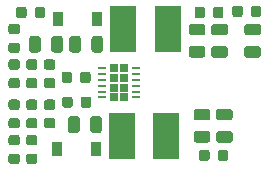
<source format=gbp>
G04 #@! TF.GenerationSoftware,KiCad,Pcbnew,5.1.5+dfsg1-2build2*
G04 #@! TF.CreationDate,2021-01-13T09:20:08+02:00*
G04 #@! TF.ProjectId,differential-tweezer,64696666-6572-4656-9e74-69616c2d7477,rev?*
G04 #@! TF.SameCoordinates,Original*
G04 #@! TF.FileFunction,Paste,Bot*
G04 #@! TF.FilePolarity,Positive*
%FSLAX46Y46*%
G04 Gerber Fmt 4.6, Leading zero omitted, Abs format (unit mm)*
G04 Created by KiCad (PCBNEW 5.1.5+dfsg1-2build2) date 2021-01-13 09:20:08*
%MOMM*%
%LPD*%
G04 APERTURE LIST*
%ADD10R,0.685000X0.670000*%
%ADD11R,0.700000X0.250000*%
%ADD12C,0.350000*%
%ADD13R,2.200000X3.900000*%
%ADD14R,0.900000X1.200000*%
G04 APERTURE END LIST*
D10*
X18375000Y-18287500D03*
X17525000Y-18287500D03*
X18375000Y-17462500D03*
X17525000Y-17462500D03*
X18375000Y-16637500D03*
X17525000Y-16637500D03*
X17525000Y-15812500D03*
X18375000Y-15812500D03*
D11*
X16500000Y-15800000D03*
X16500000Y-16300000D03*
X16500000Y-16800000D03*
X16500000Y-17300000D03*
X16500000Y-17800000D03*
X16500000Y-18300000D03*
X19400000Y-18300000D03*
X19400000Y-17800000D03*
X19400000Y-17300000D03*
X19400000Y-16800000D03*
X19400000Y-16300000D03*
X19400000Y-15800000D03*
D12*
G36*
X15427691Y-18226053D02*
G01*
X15448926Y-18229203D01*
X15469750Y-18234419D01*
X15489962Y-18241651D01*
X15509368Y-18250830D01*
X15527781Y-18261866D01*
X15545024Y-18274654D01*
X15560930Y-18289070D01*
X15575346Y-18304976D01*
X15588134Y-18322219D01*
X15599170Y-18340632D01*
X15608349Y-18360038D01*
X15615581Y-18380250D01*
X15620797Y-18401074D01*
X15623947Y-18422309D01*
X15625000Y-18443750D01*
X15625000Y-18956250D01*
X15623947Y-18977691D01*
X15620797Y-18998926D01*
X15615581Y-19019750D01*
X15608349Y-19039962D01*
X15599170Y-19059368D01*
X15588134Y-19077781D01*
X15575346Y-19095024D01*
X15560930Y-19110930D01*
X15545024Y-19125346D01*
X15527781Y-19138134D01*
X15509368Y-19149170D01*
X15489962Y-19158349D01*
X15469750Y-19165581D01*
X15448926Y-19170797D01*
X15427691Y-19173947D01*
X15406250Y-19175000D01*
X14968750Y-19175000D01*
X14947309Y-19173947D01*
X14926074Y-19170797D01*
X14905250Y-19165581D01*
X14885038Y-19158349D01*
X14865632Y-19149170D01*
X14847219Y-19138134D01*
X14829976Y-19125346D01*
X14814070Y-19110930D01*
X14799654Y-19095024D01*
X14786866Y-19077781D01*
X14775830Y-19059368D01*
X14766651Y-19039962D01*
X14759419Y-19019750D01*
X14754203Y-18998926D01*
X14751053Y-18977691D01*
X14750000Y-18956250D01*
X14750000Y-18443750D01*
X14751053Y-18422309D01*
X14754203Y-18401074D01*
X14759419Y-18380250D01*
X14766651Y-18360038D01*
X14775830Y-18340632D01*
X14786866Y-18322219D01*
X14799654Y-18304976D01*
X14814070Y-18289070D01*
X14829976Y-18274654D01*
X14847219Y-18261866D01*
X14865632Y-18250830D01*
X14885038Y-18241651D01*
X14905250Y-18234419D01*
X14926074Y-18229203D01*
X14947309Y-18226053D01*
X14968750Y-18225000D01*
X15406250Y-18225000D01*
X15427691Y-18226053D01*
G37*
G36*
X13852691Y-18226053D02*
G01*
X13873926Y-18229203D01*
X13894750Y-18234419D01*
X13914962Y-18241651D01*
X13934368Y-18250830D01*
X13952781Y-18261866D01*
X13970024Y-18274654D01*
X13985930Y-18289070D01*
X14000346Y-18304976D01*
X14013134Y-18322219D01*
X14024170Y-18340632D01*
X14033349Y-18360038D01*
X14040581Y-18380250D01*
X14045797Y-18401074D01*
X14048947Y-18422309D01*
X14050000Y-18443750D01*
X14050000Y-18956250D01*
X14048947Y-18977691D01*
X14045797Y-18998926D01*
X14040581Y-19019750D01*
X14033349Y-19039962D01*
X14024170Y-19059368D01*
X14013134Y-19077781D01*
X14000346Y-19095024D01*
X13985930Y-19110930D01*
X13970024Y-19125346D01*
X13952781Y-19138134D01*
X13934368Y-19149170D01*
X13914962Y-19158349D01*
X13894750Y-19165581D01*
X13873926Y-19170797D01*
X13852691Y-19173947D01*
X13831250Y-19175000D01*
X13393750Y-19175000D01*
X13372309Y-19173947D01*
X13351074Y-19170797D01*
X13330250Y-19165581D01*
X13310038Y-19158349D01*
X13290632Y-19149170D01*
X13272219Y-19138134D01*
X13254976Y-19125346D01*
X13239070Y-19110930D01*
X13224654Y-19095024D01*
X13211866Y-19077781D01*
X13200830Y-19059368D01*
X13191651Y-19039962D01*
X13184419Y-19019750D01*
X13179203Y-18998926D01*
X13176053Y-18977691D01*
X13175000Y-18956250D01*
X13175000Y-18443750D01*
X13176053Y-18422309D01*
X13179203Y-18401074D01*
X13184419Y-18380250D01*
X13191651Y-18360038D01*
X13200830Y-18340632D01*
X13211866Y-18322219D01*
X13224654Y-18304976D01*
X13239070Y-18289070D01*
X13254976Y-18274654D01*
X13272219Y-18261866D01*
X13290632Y-18250830D01*
X13310038Y-18241651D01*
X13330250Y-18234419D01*
X13351074Y-18229203D01*
X13372309Y-18226053D01*
X13393750Y-18225000D01*
X13831250Y-18225000D01*
X13852691Y-18226053D01*
G37*
G36*
X12377691Y-18476053D02*
G01*
X12398926Y-18479203D01*
X12419750Y-18484419D01*
X12439962Y-18491651D01*
X12459368Y-18500830D01*
X12477781Y-18511866D01*
X12495024Y-18524654D01*
X12510930Y-18539070D01*
X12525346Y-18554976D01*
X12538134Y-18572219D01*
X12549170Y-18590632D01*
X12558349Y-18610038D01*
X12565581Y-18630250D01*
X12570797Y-18651074D01*
X12573947Y-18672309D01*
X12575000Y-18693750D01*
X12575000Y-19131250D01*
X12573947Y-19152691D01*
X12570797Y-19173926D01*
X12565581Y-19194750D01*
X12558349Y-19214962D01*
X12549170Y-19234368D01*
X12538134Y-19252781D01*
X12525346Y-19270024D01*
X12510930Y-19285930D01*
X12495024Y-19300346D01*
X12477781Y-19313134D01*
X12459368Y-19324170D01*
X12439962Y-19333349D01*
X12419750Y-19340581D01*
X12398926Y-19345797D01*
X12377691Y-19348947D01*
X12356250Y-19350000D01*
X11843750Y-19350000D01*
X11822309Y-19348947D01*
X11801074Y-19345797D01*
X11780250Y-19340581D01*
X11760038Y-19333349D01*
X11740632Y-19324170D01*
X11722219Y-19313134D01*
X11704976Y-19300346D01*
X11689070Y-19285930D01*
X11674654Y-19270024D01*
X11661866Y-19252781D01*
X11650830Y-19234368D01*
X11641651Y-19214962D01*
X11634419Y-19194750D01*
X11629203Y-19173926D01*
X11626053Y-19152691D01*
X11625000Y-19131250D01*
X11625000Y-18693750D01*
X11626053Y-18672309D01*
X11629203Y-18651074D01*
X11634419Y-18630250D01*
X11641651Y-18610038D01*
X11650830Y-18590632D01*
X11661866Y-18572219D01*
X11674654Y-18554976D01*
X11689070Y-18539070D01*
X11704976Y-18524654D01*
X11722219Y-18511866D01*
X11740632Y-18500830D01*
X11760038Y-18491651D01*
X11780250Y-18484419D01*
X11801074Y-18479203D01*
X11822309Y-18476053D01*
X11843750Y-18475000D01*
X12356250Y-18475000D01*
X12377691Y-18476053D01*
G37*
G36*
X12377691Y-20051053D02*
G01*
X12398926Y-20054203D01*
X12419750Y-20059419D01*
X12439962Y-20066651D01*
X12459368Y-20075830D01*
X12477781Y-20086866D01*
X12495024Y-20099654D01*
X12510930Y-20114070D01*
X12525346Y-20129976D01*
X12538134Y-20147219D01*
X12549170Y-20165632D01*
X12558349Y-20185038D01*
X12565581Y-20205250D01*
X12570797Y-20226074D01*
X12573947Y-20247309D01*
X12575000Y-20268750D01*
X12575000Y-20706250D01*
X12573947Y-20727691D01*
X12570797Y-20748926D01*
X12565581Y-20769750D01*
X12558349Y-20789962D01*
X12549170Y-20809368D01*
X12538134Y-20827781D01*
X12525346Y-20845024D01*
X12510930Y-20860930D01*
X12495024Y-20875346D01*
X12477781Y-20888134D01*
X12459368Y-20899170D01*
X12439962Y-20908349D01*
X12419750Y-20915581D01*
X12398926Y-20920797D01*
X12377691Y-20923947D01*
X12356250Y-20925000D01*
X11843750Y-20925000D01*
X11822309Y-20923947D01*
X11801074Y-20920797D01*
X11780250Y-20915581D01*
X11760038Y-20908349D01*
X11740632Y-20899170D01*
X11722219Y-20888134D01*
X11704976Y-20875346D01*
X11689070Y-20860930D01*
X11674654Y-20845024D01*
X11661866Y-20827781D01*
X11650830Y-20809368D01*
X11641651Y-20789962D01*
X11634419Y-20769750D01*
X11629203Y-20748926D01*
X11626053Y-20727691D01*
X11625000Y-20706250D01*
X11625000Y-20268750D01*
X11626053Y-20247309D01*
X11629203Y-20226074D01*
X11634419Y-20205250D01*
X11641651Y-20185038D01*
X11650830Y-20165632D01*
X11661866Y-20147219D01*
X11674654Y-20129976D01*
X11689070Y-20114070D01*
X11704976Y-20099654D01*
X11722219Y-20086866D01*
X11740632Y-20075830D01*
X11760038Y-20066651D01*
X11780250Y-20059419D01*
X11801074Y-20054203D01*
X11822309Y-20051053D01*
X11843750Y-20050000D01*
X12356250Y-20050000D01*
X12377691Y-20051053D01*
G37*
G36*
X9377691Y-20051053D02*
G01*
X9398926Y-20054203D01*
X9419750Y-20059419D01*
X9439962Y-20066651D01*
X9459368Y-20075830D01*
X9477781Y-20086866D01*
X9495024Y-20099654D01*
X9510930Y-20114070D01*
X9525346Y-20129976D01*
X9538134Y-20147219D01*
X9549170Y-20165632D01*
X9558349Y-20185038D01*
X9565581Y-20205250D01*
X9570797Y-20226074D01*
X9573947Y-20247309D01*
X9575000Y-20268750D01*
X9575000Y-20706250D01*
X9573947Y-20727691D01*
X9570797Y-20748926D01*
X9565581Y-20769750D01*
X9558349Y-20789962D01*
X9549170Y-20809368D01*
X9538134Y-20827781D01*
X9525346Y-20845024D01*
X9510930Y-20860930D01*
X9495024Y-20875346D01*
X9477781Y-20888134D01*
X9459368Y-20899170D01*
X9439962Y-20908349D01*
X9419750Y-20915581D01*
X9398926Y-20920797D01*
X9377691Y-20923947D01*
X9356250Y-20925000D01*
X8843750Y-20925000D01*
X8822309Y-20923947D01*
X8801074Y-20920797D01*
X8780250Y-20915581D01*
X8760038Y-20908349D01*
X8740632Y-20899170D01*
X8722219Y-20888134D01*
X8704976Y-20875346D01*
X8689070Y-20860930D01*
X8674654Y-20845024D01*
X8661866Y-20827781D01*
X8650830Y-20809368D01*
X8641651Y-20789962D01*
X8634419Y-20769750D01*
X8629203Y-20748926D01*
X8626053Y-20727691D01*
X8625000Y-20706250D01*
X8625000Y-20268750D01*
X8626053Y-20247309D01*
X8629203Y-20226074D01*
X8634419Y-20205250D01*
X8641651Y-20185038D01*
X8650830Y-20165632D01*
X8661866Y-20147219D01*
X8674654Y-20129976D01*
X8689070Y-20114070D01*
X8704976Y-20099654D01*
X8722219Y-20086866D01*
X8740632Y-20075830D01*
X8760038Y-20066651D01*
X8780250Y-20059419D01*
X8801074Y-20054203D01*
X8822309Y-20051053D01*
X8843750Y-20050000D01*
X9356250Y-20050000D01*
X9377691Y-20051053D01*
G37*
G36*
X9377691Y-18476053D02*
G01*
X9398926Y-18479203D01*
X9419750Y-18484419D01*
X9439962Y-18491651D01*
X9459368Y-18500830D01*
X9477781Y-18511866D01*
X9495024Y-18524654D01*
X9510930Y-18539070D01*
X9525346Y-18554976D01*
X9538134Y-18572219D01*
X9549170Y-18590632D01*
X9558349Y-18610038D01*
X9565581Y-18630250D01*
X9570797Y-18651074D01*
X9573947Y-18672309D01*
X9575000Y-18693750D01*
X9575000Y-19131250D01*
X9573947Y-19152691D01*
X9570797Y-19173926D01*
X9565581Y-19194750D01*
X9558349Y-19214962D01*
X9549170Y-19234368D01*
X9538134Y-19252781D01*
X9525346Y-19270024D01*
X9510930Y-19285930D01*
X9495024Y-19300346D01*
X9477781Y-19313134D01*
X9459368Y-19324170D01*
X9439962Y-19333349D01*
X9419750Y-19340581D01*
X9398926Y-19345797D01*
X9377691Y-19348947D01*
X9356250Y-19350000D01*
X8843750Y-19350000D01*
X8822309Y-19348947D01*
X8801074Y-19345797D01*
X8780250Y-19340581D01*
X8760038Y-19333349D01*
X8740632Y-19324170D01*
X8722219Y-19313134D01*
X8704976Y-19300346D01*
X8689070Y-19285930D01*
X8674654Y-19270024D01*
X8661866Y-19252781D01*
X8650830Y-19234368D01*
X8641651Y-19214962D01*
X8634419Y-19194750D01*
X8629203Y-19173926D01*
X8626053Y-19152691D01*
X8625000Y-19131250D01*
X8625000Y-18693750D01*
X8626053Y-18672309D01*
X8629203Y-18651074D01*
X8634419Y-18630250D01*
X8641651Y-18610038D01*
X8650830Y-18590632D01*
X8661866Y-18572219D01*
X8674654Y-18554976D01*
X8689070Y-18539070D01*
X8704976Y-18524654D01*
X8722219Y-18511866D01*
X8740632Y-18500830D01*
X8760038Y-18491651D01*
X8780250Y-18484419D01*
X8801074Y-18479203D01*
X8822309Y-18476053D01*
X8843750Y-18475000D01*
X9356250Y-18475000D01*
X9377691Y-18476053D01*
G37*
G36*
X13802691Y-16126053D02*
G01*
X13823926Y-16129203D01*
X13844750Y-16134419D01*
X13864962Y-16141651D01*
X13884368Y-16150830D01*
X13902781Y-16161866D01*
X13920024Y-16174654D01*
X13935930Y-16189070D01*
X13950346Y-16204976D01*
X13963134Y-16222219D01*
X13974170Y-16240632D01*
X13983349Y-16260038D01*
X13990581Y-16280250D01*
X13995797Y-16301074D01*
X13998947Y-16322309D01*
X14000000Y-16343750D01*
X14000000Y-16856250D01*
X13998947Y-16877691D01*
X13995797Y-16898926D01*
X13990581Y-16919750D01*
X13983349Y-16939962D01*
X13974170Y-16959368D01*
X13963134Y-16977781D01*
X13950346Y-16995024D01*
X13935930Y-17010930D01*
X13920024Y-17025346D01*
X13902781Y-17038134D01*
X13884368Y-17049170D01*
X13864962Y-17058349D01*
X13844750Y-17065581D01*
X13823926Y-17070797D01*
X13802691Y-17073947D01*
X13781250Y-17075000D01*
X13343750Y-17075000D01*
X13322309Y-17073947D01*
X13301074Y-17070797D01*
X13280250Y-17065581D01*
X13260038Y-17058349D01*
X13240632Y-17049170D01*
X13222219Y-17038134D01*
X13204976Y-17025346D01*
X13189070Y-17010930D01*
X13174654Y-16995024D01*
X13161866Y-16977781D01*
X13150830Y-16959368D01*
X13141651Y-16939962D01*
X13134419Y-16919750D01*
X13129203Y-16898926D01*
X13126053Y-16877691D01*
X13125000Y-16856250D01*
X13125000Y-16343750D01*
X13126053Y-16322309D01*
X13129203Y-16301074D01*
X13134419Y-16280250D01*
X13141651Y-16260038D01*
X13150830Y-16240632D01*
X13161866Y-16222219D01*
X13174654Y-16204976D01*
X13189070Y-16189070D01*
X13204976Y-16174654D01*
X13222219Y-16161866D01*
X13240632Y-16150830D01*
X13260038Y-16141651D01*
X13280250Y-16134419D01*
X13301074Y-16129203D01*
X13322309Y-16126053D01*
X13343750Y-16125000D01*
X13781250Y-16125000D01*
X13802691Y-16126053D01*
G37*
G36*
X15377691Y-16126053D02*
G01*
X15398926Y-16129203D01*
X15419750Y-16134419D01*
X15439962Y-16141651D01*
X15459368Y-16150830D01*
X15477781Y-16161866D01*
X15495024Y-16174654D01*
X15510930Y-16189070D01*
X15525346Y-16204976D01*
X15538134Y-16222219D01*
X15549170Y-16240632D01*
X15558349Y-16260038D01*
X15565581Y-16280250D01*
X15570797Y-16301074D01*
X15573947Y-16322309D01*
X15575000Y-16343750D01*
X15575000Y-16856250D01*
X15573947Y-16877691D01*
X15570797Y-16898926D01*
X15565581Y-16919750D01*
X15558349Y-16939962D01*
X15549170Y-16959368D01*
X15538134Y-16977781D01*
X15525346Y-16995024D01*
X15510930Y-17010930D01*
X15495024Y-17025346D01*
X15477781Y-17038134D01*
X15459368Y-17049170D01*
X15439962Y-17058349D01*
X15419750Y-17065581D01*
X15398926Y-17070797D01*
X15377691Y-17073947D01*
X15356250Y-17075000D01*
X14918750Y-17075000D01*
X14897309Y-17073947D01*
X14876074Y-17070797D01*
X14855250Y-17065581D01*
X14835038Y-17058349D01*
X14815632Y-17049170D01*
X14797219Y-17038134D01*
X14779976Y-17025346D01*
X14764070Y-17010930D01*
X14749654Y-16995024D01*
X14736866Y-16977781D01*
X14725830Y-16959368D01*
X14716651Y-16939962D01*
X14709419Y-16919750D01*
X14704203Y-16898926D01*
X14701053Y-16877691D01*
X14700000Y-16856250D01*
X14700000Y-16343750D01*
X14701053Y-16322309D01*
X14704203Y-16301074D01*
X14709419Y-16280250D01*
X14716651Y-16260038D01*
X14725830Y-16240632D01*
X14736866Y-16222219D01*
X14749654Y-16204976D01*
X14764070Y-16189070D01*
X14779976Y-16174654D01*
X14797219Y-16161866D01*
X14815632Y-16150830D01*
X14835038Y-16141651D01*
X14855250Y-16134419D01*
X14876074Y-16129203D01*
X14897309Y-16126053D01*
X14918750Y-16125000D01*
X15356250Y-16125000D01*
X15377691Y-16126053D01*
G37*
G36*
X12377691Y-16651053D02*
G01*
X12398926Y-16654203D01*
X12419750Y-16659419D01*
X12439962Y-16666651D01*
X12459368Y-16675830D01*
X12477781Y-16686866D01*
X12495024Y-16699654D01*
X12510930Y-16714070D01*
X12525346Y-16729976D01*
X12538134Y-16747219D01*
X12549170Y-16765632D01*
X12558349Y-16785038D01*
X12565581Y-16805250D01*
X12570797Y-16826074D01*
X12573947Y-16847309D01*
X12575000Y-16868750D01*
X12575000Y-17306250D01*
X12573947Y-17327691D01*
X12570797Y-17348926D01*
X12565581Y-17369750D01*
X12558349Y-17389962D01*
X12549170Y-17409368D01*
X12538134Y-17427781D01*
X12525346Y-17445024D01*
X12510930Y-17460930D01*
X12495024Y-17475346D01*
X12477781Y-17488134D01*
X12459368Y-17499170D01*
X12439962Y-17508349D01*
X12419750Y-17515581D01*
X12398926Y-17520797D01*
X12377691Y-17523947D01*
X12356250Y-17525000D01*
X11843750Y-17525000D01*
X11822309Y-17523947D01*
X11801074Y-17520797D01*
X11780250Y-17515581D01*
X11760038Y-17508349D01*
X11740632Y-17499170D01*
X11722219Y-17488134D01*
X11704976Y-17475346D01*
X11689070Y-17460930D01*
X11674654Y-17445024D01*
X11661866Y-17427781D01*
X11650830Y-17409368D01*
X11641651Y-17389962D01*
X11634419Y-17369750D01*
X11629203Y-17348926D01*
X11626053Y-17327691D01*
X11625000Y-17306250D01*
X11625000Y-16868750D01*
X11626053Y-16847309D01*
X11629203Y-16826074D01*
X11634419Y-16805250D01*
X11641651Y-16785038D01*
X11650830Y-16765632D01*
X11661866Y-16747219D01*
X11674654Y-16729976D01*
X11689070Y-16714070D01*
X11704976Y-16699654D01*
X11722219Y-16686866D01*
X11740632Y-16675830D01*
X11760038Y-16666651D01*
X11780250Y-16659419D01*
X11801074Y-16654203D01*
X11822309Y-16651053D01*
X11843750Y-16650000D01*
X12356250Y-16650000D01*
X12377691Y-16651053D01*
G37*
G36*
X12377691Y-15076053D02*
G01*
X12398926Y-15079203D01*
X12419750Y-15084419D01*
X12439962Y-15091651D01*
X12459368Y-15100830D01*
X12477781Y-15111866D01*
X12495024Y-15124654D01*
X12510930Y-15139070D01*
X12525346Y-15154976D01*
X12538134Y-15172219D01*
X12549170Y-15190632D01*
X12558349Y-15210038D01*
X12565581Y-15230250D01*
X12570797Y-15251074D01*
X12573947Y-15272309D01*
X12575000Y-15293750D01*
X12575000Y-15731250D01*
X12573947Y-15752691D01*
X12570797Y-15773926D01*
X12565581Y-15794750D01*
X12558349Y-15814962D01*
X12549170Y-15834368D01*
X12538134Y-15852781D01*
X12525346Y-15870024D01*
X12510930Y-15885930D01*
X12495024Y-15900346D01*
X12477781Y-15913134D01*
X12459368Y-15924170D01*
X12439962Y-15933349D01*
X12419750Y-15940581D01*
X12398926Y-15945797D01*
X12377691Y-15948947D01*
X12356250Y-15950000D01*
X11843750Y-15950000D01*
X11822309Y-15948947D01*
X11801074Y-15945797D01*
X11780250Y-15940581D01*
X11760038Y-15933349D01*
X11740632Y-15924170D01*
X11722219Y-15913134D01*
X11704976Y-15900346D01*
X11689070Y-15885930D01*
X11674654Y-15870024D01*
X11661866Y-15852781D01*
X11650830Y-15834368D01*
X11641651Y-15814962D01*
X11634419Y-15794750D01*
X11629203Y-15773926D01*
X11626053Y-15752691D01*
X11625000Y-15731250D01*
X11625000Y-15293750D01*
X11626053Y-15272309D01*
X11629203Y-15251074D01*
X11634419Y-15230250D01*
X11641651Y-15210038D01*
X11650830Y-15190632D01*
X11661866Y-15172219D01*
X11674654Y-15154976D01*
X11689070Y-15139070D01*
X11704976Y-15124654D01*
X11722219Y-15111866D01*
X11740632Y-15100830D01*
X11760038Y-15091651D01*
X11780250Y-15084419D01*
X11801074Y-15079203D01*
X11822309Y-15076053D01*
X11843750Y-15075000D01*
X12356250Y-15075000D01*
X12377691Y-15076053D01*
G37*
G36*
X9377691Y-15076053D02*
G01*
X9398926Y-15079203D01*
X9419750Y-15084419D01*
X9439962Y-15091651D01*
X9459368Y-15100830D01*
X9477781Y-15111866D01*
X9495024Y-15124654D01*
X9510930Y-15139070D01*
X9525346Y-15154976D01*
X9538134Y-15172219D01*
X9549170Y-15190632D01*
X9558349Y-15210038D01*
X9565581Y-15230250D01*
X9570797Y-15251074D01*
X9573947Y-15272309D01*
X9575000Y-15293750D01*
X9575000Y-15731250D01*
X9573947Y-15752691D01*
X9570797Y-15773926D01*
X9565581Y-15794750D01*
X9558349Y-15814962D01*
X9549170Y-15834368D01*
X9538134Y-15852781D01*
X9525346Y-15870024D01*
X9510930Y-15885930D01*
X9495024Y-15900346D01*
X9477781Y-15913134D01*
X9459368Y-15924170D01*
X9439962Y-15933349D01*
X9419750Y-15940581D01*
X9398926Y-15945797D01*
X9377691Y-15948947D01*
X9356250Y-15950000D01*
X8843750Y-15950000D01*
X8822309Y-15948947D01*
X8801074Y-15945797D01*
X8780250Y-15940581D01*
X8760038Y-15933349D01*
X8740632Y-15924170D01*
X8722219Y-15913134D01*
X8704976Y-15900346D01*
X8689070Y-15885930D01*
X8674654Y-15870024D01*
X8661866Y-15852781D01*
X8650830Y-15834368D01*
X8641651Y-15814962D01*
X8634419Y-15794750D01*
X8629203Y-15773926D01*
X8626053Y-15752691D01*
X8625000Y-15731250D01*
X8625000Y-15293750D01*
X8626053Y-15272309D01*
X8629203Y-15251074D01*
X8634419Y-15230250D01*
X8641651Y-15210038D01*
X8650830Y-15190632D01*
X8661866Y-15172219D01*
X8674654Y-15154976D01*
X8689070Y-15139070D01*
X8704976Y-15124654D01*
X8722219Y-15111866D01*
X8740632Y-15100830D01*
X8760038Y-15091651D01*
X8780250Y-15084419D01*
X8801074Y-15079203D01*
X8822309Y-15076053D01*
X8843750Y-15075000D01*
X9356250Y-15075000D01*
X9377691Y-15076053D01*
G37*
G36*
X9377691Y-16651053D02*
G01*
X9398926Y-16654203D01*
X9419750Y-16659419D01*
X9439962Y-16666651D01*
X9459368Y-16675830D01*
X9477781Y-16686866D01*
X9495024Y-16699654D01*
X9510930Y-16714070D01*
X9525346Y-16729976D01*
X9538134Y-16747219D01*
X9549170Y-16765632D01*
X9558349Y-16785038D01*
X9565581Y-16805250D01*
X9570797Y-16826074D01*
X9573947Y-16847309D01*
X9575000Y-16868750D01*
X9575000Y-17306250D01*
X9573947Y-17327691D01*
X9570797Y-17348926D01*
X9565581Y-17369750D01*
X9558349Y-17389962D01*
X9549170Y-17409368D01*
X9538134Y-17427781D01*
X9525346Y-17445024D01*
X9510930Y-17460930D01*
X9495024Y-17475346D01*
X9477781Y-17488134D01*
X9459368Y-17499170D01*
X9439962Y-17508349D01*
X9419750Y-17515581D01*
X9398926Y-17520797D01*
X9377691Y-17523947D01*
X9356250Y-17525000D01*
X8843750Y-17525000D01*
X8822309Y-17523947D01*
X8801074Y-17520797D01*
X8780250Y-17515581D01*
X8760038Y-17508349D01*
X8740632Y-17499170D01*
X8722219Y-17488134D01*
X8704976Y-17475346D01*
X8689070Y-17460930D01*
X8674654Y-17445024D01*
X8661866Y-17427781D01*
X8650830Y-17409368D01*
X8641651Y-17389962D01*
X8634419Y-17369750D01*
X8629203Y-17348926D01*
X8626053Y-17327691D01*
X8625000Y-17306250D01*
X8625000Y-16868750D01*
X8626053Y-16847309D01*
X8629203Y-16826074D01*
X8634419Y-16805250D01*
X8641651Y-16785038D01*
X8650830Y-16765632D01*
X8661866Y-16747219D01*
X8674654Y-16729976D01*
X8689070Y-16714070D01*
X8704976Y-16699654D01*
X8722219Y-16686866D01*
X8740632Y-16675830D01*
X8760038Y-16666651D01*
X8780250Y-16659419D01*
X8801074Y-16654203D01*
X8822309Y-16651053D01*
X8843750Y-16650000D01*
X9356250Y-16650000D01*
X9377691Y-16651053D01*
G37*
D13*
X22000000Y-21600000D03*
X18200000Y-21600000D03*
D12*
G36*
X27027691Y-22726053D02*
G01*
X27048926Y-22729203D01*
X27069750Y-22734419D01*
X27089962Y-22741651D01*
X27109368Y-22750830D01*
X27127781Y-22761866D01*
X27145024Y-22774654D01*
X27160930Y-22789070D01*
X27175346Y-22804976D01*
X27188134Y-22822219D01*
X27199170Y-22840632D01*
X27208349Y-22860038D01*
X27215581Y-22880250D01*
X27220797Y-22901074D01*
X27223947Y-22922309D01*
X27225000Y-22943750D01*
X27225000Y-23456250D01*
X27223947Y-23477691D01*
X27220797Y-23498926D01*
X27215581Y-23519750D01*
X27208349Y-23539962D01*
X27199170Y-23559368D01*
X27188134Y-23577781D01*
X27175346Y-23595024D01*
X27160930Y-23610930D01*
X27145024Y-23625346D01*
X27127781Y-23638134D01*
X27109368Y-23649170D01*
X27089962Y-23658349D01*
X27069750Y-23665581D01*
X27048926Y-23670797D01*
X27027691Y-23673947D01*
X27006250Y-23675000D01*
X26568750Y-23675000D01*
X26547309Y-23673947D01*
X26526074Y-23670797D01*
X26505250Y-23665581D01*
X26485038Y-23658349D01*
X26465632Y-23649170D01*
X26447219Y-23638134D01*
X26429976Y-23625346D01*
X26414070Y-23610930D01*
X26399654Y-23595024D01*
X26386866Y-23577781D01*
X26375830Y-23559368D01*
X26366651Y-23539962D01*
X26359419Y-23519750D01*
X26354203Y-23498926D01*
X26351053Y-23477691D01*
X26350000Y-23456250D01*
X26350000Y-22943750D01*
X26351053Y-22922309D01*
X26354203Y-22901074D01*
X26359419Y-22880250D01*
X26366651Y-22860038D01*
X26375830Y-22840632D01*
X26386866Y-22822219D01*
X26399654Y-22804976D01*
X26414070Y-22789070D01*
X26429976Y-22774654D01*
X26447219Y-22761866D01*
X26465632Y-22750830D01*
X26485038Y-22741651D01*
X26505250Y-22734419D01*
X26526074Y-22729203D01*
X26547309Y-22726053D01*
X26568750Y-22725000D01*
X27006250Y-22725000D01*
X27027691Y-22726053D01*
G37*
G36*
X25452691Y-22726053D02*
G01*
X25473926Y-22729203D01*
X25494750Y-22734419D01*
X25514962Y-22741651D01*
X25534368Y-22750830D01*
X25552781Y-22761866D01*
X25570024Y-22774654D01*
X25585930Y-22789070D01*
X25600346Y-22804976D01*
X25613134Y-22822219D01*
X25624170Y-22840632D01*
X25633349Y-22860038D01*
X25640581Y-22880250D01*
X25645797Y-22901074D01*
X25648947Y-22922309D01*
X25650000Y-22943750D01*
X25650000Y-23456250D01*
X25648947Y-23477691D01*
X25645797Y-23498926D01*
X25640581Y-23519750D01*
X25633349Y-23539962D01*
X25624170Y-23559368D01*
X25613134Y-23577781D01*
X25600346Y-23595024D01*
X25585930Y-23610930D01*
X25570024Y-23625346D01*
X25552781Y-23638134D01*
X25534368Y-23649170D01*
X25514962Y-23658349D01*
X25494750Y-23665581D01*
X25473926Y-23670797D01*
X25452691Y-23673947D01*
X25431250Y-23675000D01*
X24993750Y-23675000D01*
X24972309Y-23673947D01*
X24951074Y-23670797D01*
X24930250Y-23665581D01*
X24910038Y-23658349D01*
X24890632Y-23649170D01*
X24872219Y-23638134D01*
X24854976Y-23625346D01*
X24839070Y-23610930D01*
X24824654Y-23595024D01*
X24811866Y-23577781D01*
X24800830Y-23559368D01*
X24791651Y-23539962D01*
X24784419Y-23519750D01*
X24779203Y-23498926D01*
X24776053Y-23477691D01*
X24775000Y-23456250D01*
X24775000Y-22943750D01*
X24776053Y-22922309D01*
X24779203Y-22901074D01*
X24784419Y-22880250D01*
X24791651Y-22860038D01*
X24800830Y-22840632D01*
X24811866Y-22822219D01*
X24824654Y-22804976D01*
X24839070Y-22789070D01*
X24854976Y-22774654D01*
X24872219Y-22761866D01*
X24890632Y-22750830D01*
X24910038Y-22741651D01*
X24930250Y-22734419D01*
X24951074Y-22729203D01*
X24972309Y-22726053D01*
X24993750Y-22725000D01*
X25431250Y-22725000D01*
X25452691Y-22726053D01*
G37*
G36*
X9377691Y-23051053D02*
G01*
X9398926Y-23054203D01*
X9419750Y-23059419D01*
X9439962Y-23066651D01*
X9459368Y-23075830D01*
X9477781Y-23086866D01*
X9495024Y-23099654D01*
X9510930Y-23114070D01*
X9525346Y-23129976D01*
X9538134Y-23147219D01*
X9549170Y-23165632D01*
X9558349Y-23185038D01*
X9565581Y-23205250D01*
X9570797Y-23226074D01*
X9573947Y-23247309D01*
X9575000Y-23268750D01*
X9575000Y-23706250D01*
X9573947Y-23727691D01*
X9570797Y-23748926D01*
X9565581Y-23769750D01*
X9558349Y-23789962D01*
X9549170Y-23809368D01*
X9538134Y-23827781D01*
X9525346Y-23845024D01*
X9510930Y-23860930D01*
X9495024Y-23875346D01*
X9477781Y-23888134D01*
X9459368Y-23899170D01*
X9439962Y-23908349D01*
X9419750Y-23915581D01*
X9398926Y-23920797D01*
X9377691Y-23923947D01*
X9356250Y-23925000D01*
X8843750Y-23925000D01*
X8822309Y-23923947D01*
X8801074Y-23920797D01*
X8780250Y-23915581D01*
X8760038Y-23908349D01*
X8740632Y-23899170D01*
X8722219Y-23888134D01*
X8704976Y-23875346D01*
X8689070Y-23860930D01*
X8674654Y-23845024D01*
X8661866Y-23827781D01*
X8650830Y-23809368D01*
X8641651Y-23789962D01*
X8634419Y-23769750D01*
X8629203Y-23748926D01*
X8626053Y-23727691D01*
X8625000Y-23706250D01*
X8625000Y-23268750D01*
X8626053Y-23247309D01*
X8629203Y-23226074D01*
X8634419Y-23205250D01*
X8641651Y-23185038D01*
X8650830Y-23165632D01*
X8661866Y-23147219D01*
X8674654Y-23129976D01*
X8689070Y-23114070D01*
X8704976Y-23099654D01*
X8722219Y-23086866D01*
X8740632Y-23075830D01*
X8760038Y-23066651D01*
X8780250Y-23059419D01*
X8801074Y-23054203D01*
X8822309Y-23051053D01*
X8843750Y-23050000D01*
X9356250Y-23050000D01*
X9377691Y-23051053D01*
G37*
G36*
X9377691Y-21476053D02*
G01*
X9398926Y-21479203D01*
X9419750Y-21484419D01*
X9439962Y-21491651D01*
X9459368Y-21500830D01*
X9477781Y-21511866D01*
X9495024Y-21524654D01*
X9510930Y-21539070D01*
X9525346Y-21554976D01*
X9538134Y-21572219D01*
X9549170Y-21590632D01*
X9558349Y-21610038D01*
X9565581Y-21630250D01*
X9570797Y-21651074D01*
X9573947Y-21672309D01*
X9575000Y-21693750D01*
X9575000Y-22131250D01*
X9573947Y-22152691D01*
X9570797Y-22173926D01*
X9565581Y-22194750D01*
X9558349Y-22214962D01*
X9549170Y-22234368D01*
X9538134Y-22252781D01*
X9525346Y-22270024D01*
X9510930Y-22285930D01*
X9495024Y-22300346D01*
X9477781Y-22313134D01*
X9459368Y-22324170D01*
X9439962Y-22333349D01*
X9419750Y-22340581D01*
X9398926Y-22345797D01*
X9377691Y-22348947D01*
X9356250Y-22350000D01*
X8843750Y-22350000D01*
X8822309Y-22348947D01*
X8801074Y-22345797D01*
X8780250Y-22340581D01*
X8760038Y-22333349D01*
X8740632Y-22324170D01*
X8722219Y-22313134D01*
X8704976Y-22300346D01*
X8689070Y-22285930D01*
X8674654Y-22270024D01*
X8661866Y-22252781D01*
X8650830Y-22234368D01*
X8641651Y-22214962D01*
X8634419Y-22194750D01*
X8629203Y-22173926D01*
X8626053Y-22152691D01*
X8625000Y-22131250D01*
X8625000Y-21693750D01*
X8626053Y-21672309D01*
X8629203Y-21651074D01*
X8634419Y-21630250D01*
X8641651Y-21610038D01*
X8650830Y-21590632D01*
X8661866Y-21572219D01*
X8674654Y-21554976D01*
X8689070Y-21539070D01*
X8704976Y-21524654D01*
X8722219Y-21511866D01*
X8740632Y-21500830D01*
X8760038Y-21491651D01*
X8780250Y-21484419D01*
X8801074Y-21479203D01*
X8822309Y-21476053D01*
X8843750Y-21475000D01*
X9356250Y-21475000D01*
X9377691Y-21476053D01*
G37*
G36*
X26627691Y-10626053D02*
G01*
X26648926Y-10629203D01*
X26669750Y-10634419D01*
X26689962Y-10641651D01*
X26709368Y-10650830D01*
X26727781Y-10661866D01*
X26745024Y-10674654D01*
X26760930Y-10689070D01*
X26775346Y-10704976D01*
X26788134Y-10722219D01*
X26799170Y-10740632D01*
X26808349Y-10760038D01*
X26815581Y-10780250D01*
X26820797Y-10801074D01*
X26823947Y-10822309D01*
X26825000Y-10843750D01*
X26825000Y-11356250D01*
X26823947Y-11377691D01*
X26820797Y-11398926D01*
X26815581Y-11419750D01*
X26808349Y-11439962D01*
X26799170Y-11459368D01*
X26788134Y-11477781D01*
X26775346Y-11495024D01*
X26760930Y-11510930D01*
X26745024Y-11525346D01*
X26727781Y-11538134D01*
X26709368Y-11549170D01*
X26689962Y-11558349D01*
X26669750Y-11565581D01*
X26648926Y-11570797D01*
X26627691Y-11573947D01*
X26606250Y-11575000D01*
X26168750Y-11575000D01*
X26147309Y-11573947D01*
X26126074Y-11570797D01*
X26105250Y-11565581D01*
X26085038Y-11558349D01*
X26065632Y-11549170D01*
X26047219Y-11538134D01*
X26029976Y-11525346D01*
X26014070Y-11510930D01*
X25999654Y-11495024D01*
X25986866Y-11477781D01*
X25975830Y-11459368D01*
X25966651Y-11439962D01*
X25959419Y-11419750D01*
X25954203Y-11398926D01*
X25951053Y-11377691D01*
X25950000Y-11356250D01*
X25950000Y-10843750D01*
X25951053Y-10822309D01*
X25954203Y-10801074D01*
X25959419Y-10780250D01*
X25966651Y-10760038D01*
X25975830Y-10740632D01*
X25986866Y-10722219D01*
X25999654Y-10704976D01*
X26014070Y-10689070D01*
X26029976Y-10674654D01*
X26047219Y-10661866D01*
X26065632Y-10650830D01*
X26085038Y-10641651D01*
X26105250Y-10634419D01*
X26126074Y-10629203D01*
X26147309Y-10626053D01*
X26168750Y-10625000D01*
X26606250Y-10625000D01*
X26627691Y-10626053D01*
G37*
G36*
X25052691Y-10626053D02*
G01*
X25073926Y-10629203D01*
X25094750Y-10634419D01*
X25114962Y-10641651D01*
X25134368Y-10650830D01*
X25152781Y-10661866D01*
X25170024Y-10674654D01*
X25185930Y-10689070D01*
X25200346Y-10704976D01*
X25213134Y-10722219D01*
X25224170Y-10740632D01*
X25233349Y-10760038D01*
X25240581Y-10780250D01*
X25245797Y-10801074D01*
X25248947Y-10822309D01*
X25250000Y-10843750D01*
X25250000Y-11356250D01*
X25248947Y-11377691D01*
X25245797Y-11398926D01*
X25240581Y-11419750D01*
X25233349Y-11439962D01*
X25224170Y-11459368D01*
X25213134Y-11477781D01*
X25200346Y-11495024D01*
X25185930Y-11510930D01*
X25170024Y-11525346D01*
X25152781Y-11538134D01*
X25134368Y-11549170D01*
X25114962Y-11558349D01*
X25094750Y-11565581D01*
X25073926Y-11570797D01*
X25052691Y-11573947D01*
X25031250Y-11575000D01*
X24593750Y-11575000D01*
X24572309Y-11573947D01*
X24551074Y-11570797D01*
X24530250Y-11565581D01*
X24510038Y-11558349D01*
X24490632Y-11549170D01*
X24472219Y-11538134D01*
X24454976Y-11525346D01*
X24439070Y-11510930D01*
X24424654Y-11495024D01*
X24411866Y-11477781D01*
X24400830Y-11459368D01*
X24391651Y-11439962D01*
X24384419Y-11419750D01*
X24379203Y-11398926D01*
X24376053Y-11377691D01*
X24375000Y-11356250D01*
X24375000Y-10843750D01*
X24376053Y-10822309D01*
X24379203Y-10801074D01*
X24384419Y-10780250D01*
X24391651Y-10760038D01*
X24400830Y-10740632D01*
X24411866Y-10722219D01*
X24424654Y-10704976D01*
X24439070Y-10689070D01*
X24454976Y-10674654D01*
X24472219Y-10661866D01*
X24490632Y-10650830D01*
X24510038Y-10641651D01*
X24530250Y-10634419D01*
X24551074Y-10629203D01*
X24572309Y-10626053D01*
X24593750Y-10625000D01*
X25031250Y-10625000D01*
X25052691Y-10626053D01*
G37*
G36*
X9377691Y-12076053D02*
G01*
X9398926Y-12079203D01*
X9419750Y-12084419D01*
X9439962Y-12091651D01*
X9459368Y-12100830D01*
X9477781Y-12111866D01*
X9495024Y-12124654D01*
X9510930Y-12139070D01*
X9525346Y-12154976D01*
X9538134Y-12172219D01*
X9549170Y-12190632D01*
X9558349Y-12210038D01*
X9565581Y-12230250D01*
X9570797Y-12251074D01*
X9573947Y-12272309D01*
X9575000Y-12293750D01*
X9575000Y-12731250D01*
X9573947Y-12752691D01*
X9570797Y-12773926D01*
X9565581Y-12794750D01*
X9558349Y-12814962D01*
X9549170Y-12834368D01*
X9538134Y-12852781D01*
X9525346Y-12870024D01*
X9510930Y-12885930D01*
X9495024Y-12900346D01*
X9477781Y-12913134D01*
X9459368Y-12924170D01*
X9439962Y-12933349D01*
X9419750Y-12940581D01*
X9398926Y-12945797D01*
X9377691Y-12948947D01*
X9356250Y-12950000D01*
X8843750Y-12950000D01*
X8822309Y-12948947D01*
X8801074Y-12945797D01*
X8780250Y-12940581D01*
X8760038Y-12933349D01*
X8740632Y-12924170D01*
X8722219Y-12913134D01*
X8704976Y-12900346D01*
X8689070Y-12885930D01*
X8674654Y-12870024D01*
X8661866Y-12852781D01*
X8650830Y-12834368D01*
X8641651Y-12814962D01*
X8634419Y-12794750D01*
X8629203Y-12773926D01*
X8626053Y-12752691D01*
X8625000Y-12731250D01*
X8625000Y-12293750D01*
X8626053Y-12272309D01*
X8629203Y-12251074D01*
X8634419Y-12230250D01*
X8641651Y-12210038D01*
X8650830Y-12190632D01*
X8661866Y-12172219D01*
X8674654Y-12154976D01*
X8689070Y-12139070D01*
X8704976Y-12124654D01*
X8722219Y-12111866D01*
X8740632Y-12100830D01*
X8760038Y-12091651D01*
X8780250Y-12084419D01*
X8801074Y-12079203D01*
X8822309Y-12076053D01*
X8843750Y-12075000D01*
X9356250Y-12075000D01*
X9377691Y-12076053D01*
G37*
G36*
X9377691Y-13651053D02*
G01*
X9398926Y-13654203D01*
X9419750Y-13659419D01*
X9439962Y-13666651D01*
X9459368Y-13675830D01*
X9477781Y-13686866D01*
X9495024Y-13699654D01*
X9510930Y-13714070D01*
X9525346Y-13729976D01*
X9538134Y-13747219D01*
X9549170Y-13765632D01*
X9558349Y-13785038D01*
X9565581Y-13805250D01*
X9570797Y-13826074D01*
X9573947Y-13847309D01*
X9575000Y-13868750D01*
X9575000Y-14306250D01*
X9573947Y-14327691D01*
X9570797Y-14348926D01*
X9565581Y-14369750D01*
X9558349Y-14389962D01*
X9549170Y-14409368D01*
X9538134Y-14427781D01*
X9525346Y-14445024D01*
X9510930Y-14460930D01*
X9495024Y-14475346D01*
X9477781Y-14488134D01*
X9459368Y-14499170D01*
X9439962Y-14508349D01*
X9419750Y-14515581D01*
X9398926Y-14520797D01*
X9377691Y-14523947D01*
X9356250Y-14525000D01*
X8843750Y-14525000D01*
X8822309Y-14523947D01*
X8801074Y-14520797D01*
X8780250Y-14515581D01*
X8760038Y-14508349D01*
X8740632Y-14499170D01*
X8722219Y-14488134D01*
X8704976Y-14475346D01*
X8689070Y-14460930D01*
X8674654Y-14445024D01*
X8661866Y-14427781D01*
X8650830Y-14409368D01*
X8641651Y-14389962D01*
X8634419Y-14369750D01*
X8629203Y-14348926D01*
X8626053Y-14327691D01*
X8625000Y-14306250D01*
X8625000Y-13868750D01*
X8626053Y-13847309D01*
X8629203Y-13826074D01*
X8634419Y-13805250D01*
X8641651Y-13785038D01*
X8650830Y-13765632D01*
X8661866Y-13747219D01*
X8674654Y-13729976D01*
X8689070Y-13714070D01*
X8704976Y-13699654D01*
X8722219Y-13686866D01*
X8740632Y-13675830D01*
X8760038Y-13666651D01*
X8780250Y-13659419D01*
X8801074Y-13654203D01*
X8822309Y-13651053D01*
X8843750Y-13650000D01*
X9356250Y-13650000D01*
X9377691Y-13651053D01*
G37*
D13*
X22100000Y-12500000D03*
X18300000Y-12500000D03*
D12*
G36*
X28252691Y-10526053D02*
G01*
X28273926Y-10529203D01*
X28294750Y-10534419D01*
X28314962Y-10541651D01*
X28334368Y-10550830D01*
X28352781Y-10561866D01*
X28370024Y-10574654D01*
X28385930Y-10589070D01*
X28400346Y-10604976D01*
X28413134Y-10622219D01*
X28424170Y-10640632D01*
X28433349Y-10660038D01*
X28440581Y-10680250D01*
X28445797Y-10701074D01*
X28448947Y-10722309D01*
X28450000Y-10743750D01*
X28450000Y-11256250D01*
X28448947Y-11277691D01*
X28445797Y-11298926D01*
X28440581Y-11319750D01*
X28433349Y-11339962D01*
X28424170Y-11359368D01*
X28413134Y-11377781D01*
X28400346Y-11395024D01*
X28385930Y-11410930D01*
X28370024Y-11425346D01*
X28352781Y-11438134D01*
X28334368Y-11449170D01*
X28314962Y-11458349D01*
X28294750Y-11465581D01*
X28273926Y-11470797D01*
X28252691Y-11473947D01*
X28231250Y-11475000D01*
X27793750Y-11475000D01*
X27772309Y-11473947D01*
X27751074Y-11470797D01*
X27730250Y-11465581D01*
X27710038Y-11458349D01*
X27690632Y-11449170D01*
X27672219Y-11438134D01*
X27654976Y-11425346D01*
X27639070Y-11410930D01*
X27624654Y-11395024D01*
X27611866Y-11377781D01*
X27600830Y-11359368D01*
X27591651Y-11339962D01*
X27584419Y-11319750D01*
X27579203Y-11298926D01*
X27576053Y-11277691D01*
X27575000Y-11256250D01*
X27575000Y-10743750D01*
X27576053Y-10722309D01*
X27579203Y-10701074D01*
X27584419Y-10680250D01*
X27591651Y-10660038D01*
X27600830Y-10640632D01*
X27611866Y-10622219D01*
X27624654Y-10604976D01*
X27639070Y-10589070D01*
X27654976Y-10574654D01*
X27672219Y-10561866D01*
X27690632Y-10550830D01*
X27710038Y-10541651D01*
X27730250Y-10534419D01*
X27751074Y-10529203D01*
X27772309Y-10526053D01*
X27793750Y-10525000D01*
X28231250Y-10525000D01*
X28252691Y-10526053D01*
G37*
G36*
X29827691Y-10526053D02*
G01*
X29848926Y-10529203D01*
X29869750Y-10534419D01*
X29889962Y-10541651D01*
X29909368Y-10550830D01*
X29927781Y-10561866D01*
X29945024Y-10574654D01*
X29960930Y-10589070D01*
X29975346Y-10604976D01*
X29988134Y-10622219D01*
X29999170Y-10640632D01*
X30008349Y-10660038D01*
X30015581Y-10680250D01*
X30020797Y-10701074D01*
X30023947Y-10722309D01*
X30025000Y-10743750D01*
X30025000Y-11256250D01*
X30023947Y-11277691D01*
X30020797Y-11298926D01*
X30015581Y-11319750D01*
X30008349Y-11339962D01*
X29999170Y-11359368D01*
X29988134Y-11377781D01*
X29975346Y-11395024D01*
X29960930Y-11410930D01*
X29945024Y-11425346D01*
X29927781Y-11438134D01*
X29909368Y-11449170D01*
X29889962Y-11458349D01*
X29869750Y-11465581D01*
X29848926Y-11470797D01*
X29827691Y-11473947D01*
X29806250Y-11475000D01*
X29368750Y-11475000D01*
X29347309Y-11473947D01*
X29326074Y-11470797D01*
X29305250Y-11465581D01*
X29285038Y-11458349D01*
X29265632Y-11449170D01*
X29247219Y-11438134D01*
X29229976Y-11425346D01*
X29214070Y-11410930D01*
X29199654Y-11395024D01*
X29186866Y-11377781D01*
X29175830Y-11359368D01*
X29166651Y-11339962D01*
X29159419Y-11319750D01*
X29154203Y-11298926D01*
X29151053Y-11277691D01*
X29150000Y-11256250D01*
X29150000Y-10743750D01*
X29151053Y-10722309D01*
X29154203Y-10701074D01*
X29159419Y-10680250D01*
X29166651Y-10660038D01*
X29175830Y-10640632D01*
X29186866Y-10622219D01*
X29199654Y-10604976D01*
X29214070Y-10589070D01*
X29229976Y-10574654D01*
X29247219Y-10561866D01*
X29265632Y-10550830D01*
X29285038Y-10541651D01*
X29305250Y-10534419D01*
X29326074Y-10529203D01*
X29347309Y-10526053D01*
X29368750Y-10525000D01*
X29806250Y-10525000D01*
X29827691Y-10526053D01*
G37*
D14*
X12750000Y-22700000D03*
X16050000Y-22700000D03*
X16150000Y-11700000D03*
X12850000Y-11700000D03*
D12*
G36*
X10877691Y-18476053D02*
G01*
X10898926Y-18479203D01*
X10919750Y-18484419D01*
X10939962Y-18491651D01*
X10959368Y-18500830D01*
X10977781Y-18511866D01*
X10995024Y-18524654D01*
X11010930Y-18539070D01*
X11025346Y-18554976D01*
X11038134Y-18572219D01*
X11049170Y-18590632D01*
X11058349Y-18610038D01*
X11065581Y-18630250D01*
X11070797Y-18651074D01*
X11073947Y-18672309D01*
X11075000Y-18693750D01*
X11075000Y-19131250D01*
X11073947Y-19152691D01*
X11070797Y-19173926D01*
X11065581Y-19194750D01*
X11058349Y-19214962D01*
X11049170Y-19234368D01*
X11038134Y-19252781D01*
X11025346Y-19270024D01*
X11010930Y-19285930D01*
X10995024Y-19300346D01*
X10977781Y-19313134D01*
X10959368Y-19324170D01*
X10939962Y-19333349D01*
X10919750Y-19340581D01*
X10898926Y-19345797D01*
X10877691Y-19348947D01*
X10856250Y-19350000D01*
X10343750Y-19350000D01*
X10322309Y-19348947D01*
X10301074Y-19345797D01*
X10280250Y-19340581D01*
X10260038Y-19333349D01*
X10240632Y-19324170D01*
X10222219Y-19313134D01*
X10204976Y-19300346D01*
X10189070Y-19285930D01*
X10174654Y-19270024D01*
X10161866Y-19252781D01*
X10150830Y-19234368D01*
X10141651Y-19214962D01*
X10134419Y-19194750D01*
X10129203Y-19173926D01*
X10126053Y-19152691D01*
X10125000Y-19131250D01*
X10125000Y-18693750D01*
X10126053Y-18672309D01*
X10129203Y-18651074D01*
X10134419Y-18630250D01*
X10141651Y-18610038D01*
X10150830Y-18590632D01*
X10161866Y-18572219D01*
X10174654Y-18554976D01*
X10189070Y-18539070D01*
X10204976Y-18524654D01*
X10222219Y-18511866D01*
X10240632Y-18500830D01*
X10260038Y-18491651D01*
X10280250Y-18484419D01*
X10301074Y-18479203D01*
X10322309Y-18476053D01*
X10343750Y-18475000D01*
X10856250Y-18475000D01*
X10877691Y-18476053D01*
G37*
G36*
X10877691Y-20051053D02*
G01*
X10898926Y-20054203D01*
X10919750Y-20059419D01*
X10939962Y-20066651D01*
X10959368Y-20075830D01*
X10977781Y-20086866D01*
X10995024Y-20099654D01*
X11010930Y-20114070D01*
X11025346Y-20129976D01*
X11038134Y-20147219D01*
X11049170Y-20165632D01*
X11058349Y-20185038D01*
X11065581Y-20205250D01*
X11070797Y-20226074D01*
X11073947Y-20247309D01*
X11075000Y-20268750D01*
X11075000Y-20706250D01*
X11073947Y-20727691D01*
X11070797Y-20748926D01*
X11065581Y-20769750D01*
X11058349Y-20789962D01*
X11049170Y-20809368D01*
X11038134Y-20827781D01*
X11025346Y-20845024D01*
X11010930Y-20860930D01*
X10995024Y-20875346D01*
X10977781Y-20888134D01*
X10959368Y-20899170D01*
X10939962Y-20908349D01*
X10919750Y-20915581D01*
X10898926Y-20920797D01*
X10877691Y-20923947D01*
X10856250Y-20925000D01*
X10343750Y-20925000D01*
X10322309Y-20923947D01*
X10301074Y-20920797D01*
X10280250Y-20915581D01*
X10260038Y-20908349D01*
X10240632Y-20899170D01*
X10222219Y-20888134D01*
X10204976Y-20875346D01*
X10189070Y-20860930D01*
X10174654Y-20845024D01*
X10161866Y-20827781D01*
X10150830Y-20809368D01*
X10141651Y-20789962D01*
X10134419Y-20769750D01*
X10129203Y-20748926D01*
X10126053Y-20727691D01*
X10125000Y-20706250D01*
X10125000Y-20268750D01*
X10126053Y-20247309D01*
X10129203Y-20226074D01*
X10134419Y-20205250D01*
X10141651Y-20185038D01*
X10150830Y-20165632D01*
X10161866Y-20147219D01*
X10174654Y-20129976D01*
X10189070Y-20114070D01*
X10204976Y-20099654D01*
X10222219Y-20086866D01*
X10240632Y-20075830D01*
X10260038Y-20066651D01*
X10280250Y-20059419D01*
X10301074Y-20054203D01*
X10322309Y-20051053D01*
X10343750Y-20050000D01*
X10856250Y-20050000D01*
X10877691Y-20051053D01*
G37*
G36*
X14530142Y-13101174D02*
G01*
X14553803Y-13104684D01*
X14577007Y-13110496D01*
X14599529Y-13118554D01*
X14621153Y-13128782D01*
X14641670Y-13141079D01*
X14660883Y-13155329D01*
X14678607Y-13171393D01*
X14694671Y-13189117D01*
X14708921Y-13208330D01*
X14721218Y-13228847D01*
X14731446Y-13250471D01*
X14739504Y-13272993D01*
X14745316Y-13296197D01*
X14748826Y-13319858D01*
X14750000Y-13343750D01*
X14750000Y-14256250D01*
X14748826Y-14280142D01*
X14745316Y-14303803D01*
X14739504Y-14327007D01*
X14731446Y-14349529D01*
X14721218Y-14371153D01*
X14708921Y-14391670D01*
X14694671Y-14410883D01*
X14678607Y-14428607D01*
X14660883Y-14444671D01*
X14641670Y-14458921D01*
X14621153Y-14471218D01*
X14599529Y-14481446D01*
X14577007Y-14489504D01*
X14553803Y-14495316D01*
X14530142Y-14498826D01*
X14506250Y-14500000D01*
X14018750Y-14500000D01*
X13994858Y-14498826D01*
X13971197Y-14495316D01*
X13947993Y-14489504D01*
X13925471Y-14481446D01*
X13903847Y-14471218D01*
X13883330Y-14458921D01*
X13864117Y-14444671D01*
X13846393Y-14428607D01*
X13830329Y-14410883D01*
X13816079Y-14391670D01*
X13803782Y-14371153D01*
X13793554Y-14349529D01*
X13785496Y-14327007D01*
X13779684Y-14303803D01*
X13776174Y-14280142D01*
X13775000Y-14256250D01*
X13775000Y-13343750D01*
X13776174Y-13319858D01*
X13779684Y-13296197D01*
X13785496Y-13272993D01*
X13793554Y-13250471D01*
X13803782Y-13228847D01*
X13816079Y-13208330D01*
X13830329Y-13189117D01*
X13846393Y-13171393D01*
X13864117Y-13155329D01*
X13883330Y-13141079D01*
X13903847Y-13128782D01*
X13925471Y-13118554D01*
X13947993Y-13110496D01*
X13971197Y-13104684D01*
X13994858Y-13101174D01*
X14018750Y-13100000D01*
X14506250Y-13100000D01*
X14530142Y-13101174D01*
G37*
G36*
X16405142Y-13101174D02*
G01*
X16428803Y-13104684D01*
X16452007Y-13110496D01*
X16474529Y-13118554D01*
X16496153Y-13128782D01*
X16516670Y-13141079D01*
X16535883Y-13155329D01*
X16553607Y-13171393D01*
X16569671Y-13189117D01*
X16583921Y-13208330D01*
X16596218Y-13228847D01*
X16606446Y-13250471D01*
X16614504Y-13272993D01*
X16620316Y-13296197D01*
X16623826Y-13319858D01*
X16625000Y-13343750D01*
X16625000Y-14256250D01*
X16623826Y-14280142D01*
X16620316Y-14303803D01*
X16614504Y-14327007D01*
X16606446Y-14349529D01*
X16596218Y-14371153D01*
X16583921Y-14391670D01*
X16569671Y-14410883D01*
X16553607Y-14428607D01*
X16535883Y-14444671D01*
X16516670Y-14458921D01*
X16496153Y-14471218D01*
X16474529Y-14481446D01*
X16452007Y-14489504D01*
X16428803Y-14495316D01*
X16405142Y-14498826D01*
X16381250Y-14500000D01*
X15893750Y-14500000D01*
X15869858Y-14498826D01*
X15846197Y-14495316D01*
X15822993Y-14489504D01*
X15800471Y-14481446D01*
X15778847Y-14471218D01*
X15758330Y-14458921D01*
X15739117Y-14444671D01*
X15721393Y-14428607D01*
X15705329Y-14410883D01*
X15691079Y-14391670D01*
X15678782Y-14371153D01*
X15668554Y-14349529D01*
X15660496Y-14327007D01*
X15654684Y-14303803D01*
X15651174Y-14280142D01*
X15650000Y-14256250D01*
X15650000Y-13343750D01*
X15651174Y-13319858D01*
X15654684Y-13296197D01*
X15660496Y-13272993D01*
X15668554Y-13250471D01*
X15678782Y-13228847D01*
X15691079Y-13208330D01*
X15705329Y-13189117D01*
X15721393Y-13171393D01*
X15739117Y-13155329D01*
X15758330Y-13141079D01*
X15778847Y-13128782D01*
X15800471Y-13118554D01*
X15822993Y-13110496D01*
X15846197Y-13104684D01*
X15869858Y-13101174D01*
X15893750Y-13100000D01*
X16381250Y-13100000D01*
X16405142Y-13101174D01*
G37*
G36*
X29780142Y-13951174D02*
G01*
X29803803Y-13954684D01*
X29827007Y-13960496D01*
X29849529Y-13968554D01*
X29871153Y-13978782D01*
X29891670Y-13991079D01*
X29910883Y-14005329D01*
X29928607Y-14021393D01*
X29944671Y-14039117D01*
X29958921Y-14058330D01*
X29971218Y-14078847D01*
X29981446Y-14100471D01*
X29989504Y-14122993D01*
X29995316Y-14146197D01*
X29998826Y-14169858D01*
X30000000Y-14193750D01*
X30000000Y-14681250D01*
X29998826Y-14705142D01*
X29995316Y-14728803D01*
X29989504Y-14752007D01*
X29981446Y-14774529D01*
X29971218Y-14796153D01*
X29958921Y-14816670D01*
X29944671Y-14835883D01*
X29928607Y-14853607D01*
X29910883Y-14869671D01*
X29891670Y-14883921D01*
X29871153Y-14896218D01*
X29849529Y-14906446D01*
X29827007Y-14914504D01*
X29803803Y-14920316D01*
X29780142Y-14923826D01*
X29756250Y-14925000D01*
X28843750Y-14925000D01*
X28819858Y-14923826D01*
X28796197Y-14920316D01*
X28772993Y-14914504D01*
X28750471Y-14906446D01*
X28728847Y-14896218D01*
X28708330Y-14883921D01*
X28689117Y-14869671D01*
X28671393Y-14853607D01*
X28655329Y-14835883D01*
X28641079Y-14816670D01*
X28628782Y-14796153D01*
X28618554Y-14774529D01*
X28610496Y-14752007D01*
X28604684Y-14728803D01*
X28601174Y-14705142D01*
X28600000Y-14681250D01*
X28600000Y-14193750D01*
X28601174Y-14169858D01*
X28604684Y-14146197D01*
X28610496Y-14122993D01*
X28618554Y-14100471D01*
X28628782Y-14078847D01*
X28641079Y-14058330D01*
X28655329Y-14039117D01*
X28671393Y-14021393D01*
X28689117Y-14005329D01*
X28708330Y-13991079D01*
X28728847Y-13978782D01*
X28750471Y-13968554D01*
X28772993Y-13960496D01*
X28796197Y-13954684D01*
X28819858Y-13951174D01*
X28843750Y-13950000D01*
X29756250Y-13950000D01*
X29780142Y-13951174D01*
G37*
G36*
X29780142Y-12076174D02*
G01*
X29803803Y-12079684D01*
X29827007Y-12085496D01*
X29849529Y-12093554D01*
X29871153Y-12103782D01*
X29891670Y-12116079D01*
X29910883Y-12130329D01*
X29928607Y-12146393D01*
X29944671Y-12164117D01*
X29958921Y-12183330D01*
X29971218Y-12203847D01*
X29981446Y-12225471D01*
X29989504Y-12247993D01*
X29995316Y-12271197D01*
X29998826Y-12294858D01*
X30000000Y-12318750D01*
X30000000Y-12806250D01*
X29998826Y-12830142D01*
X29995316Y-12853803D01*
X29989504Y-12877007D01*
X29981446Y-12899529D01*
X29971218Y-12921153D01*
X29958921Y-12941670D01*
X29944671Y-12960883D01*
X29928607Y-12978607D01*
X29910883Y-12994671D01*
X29891670Y-13008921D01*
X29871153Y-13021218D01*
X29849529Y-13031446D01*
X29827007Y-13039504D01*
X29803803Y-13045316D01*
X29780142Y-13048826D01*
X29756250Y-13050000D01*
X28843750Y-13050000D01*
X28819858Y-13048826D01*
X28796197Y-13045316D01*
X28772993Y-13039504D01*
X28750471Y-13031446D01*
X28728847Y-13021218D01*
X28708330Y-13008921D01*
X28689117Y-12994671D01*
X28671393Y-12978607D01*
X28655329Y-12960883D01*
X28641079Y-12941670D01*
X28628782Y-12921153D01*
X28618554Y-12899529D01*
X28610496Y-12877007D01*
X28604684Y-12853803D01*
X28601174Y-12830142D01*
X28600000Y-12806250D01*
X28600000Y-12318750D01*
X28601174Y-12294858D01*
X28604684Y-12271197D01*
X28610496Y-12247993D01*
X28618554Y-12225471D01*
X28628782Y-12203847D01*
X28641079Y-12183330D01*
X28655329Y-12164117D01*
X28671393Y-12146393D01*
X28689117Y-12130329D01*
X28708330Y-12116079D01*
X28728847Y-12103782D01*
X28750471Y-12093554D01*
X28772993Y-12085496D01*
X28796197Y-12079684D01*
X28819858Y-12076174D01*
X28843750Y-12075000D01*
X29756250Y-12075000D01*
X29780142Y-12076174D01*
G37*
G36*
X27380142Y-19276174D02*
G01*
X27403803Y-19279684D01*
X27427007Y-19285496D01*
X27449529Y-19293554D01*
X27471153Y-19303782D01*
X27491670Y-19316079D01*
X27510883Y-19330329D01*
X27528607Y-19346393D01*
X27544671Y-19364117D01*
X27558921Y-19383330D01*
X27571218Y-19403847D01*
X27581446Y-19425471D01*
X27589504Y-19447993D01*
X27595316Y-19471197D01*
X27598826Y-19494858D01*
X27600000Y-19518750D01*
X27600000Y-20006250D01*
X27598826Y-20030142D01*
X27595316Y-20053803D01*
X27589504Y-20077007D01*
X27581446Y-20099529D01*
X27571218Y-20121153D01*
X27558921Y-20141670D01*
X27544671Y-20160883D01*
X27528607Y-20178607D01*
X27510883Y-20194671D01*
X27491670Y-20208921D01*
X27471153Y-20221218D01*
X27449529Y-20231446D01*
X27427007Y-20239504D01*
X27403803Y-20245316D01*
X27380142Y-20248826D01*
X27356250Y-20250000D01*
X26443750Y-20250000D01*
X26419858Y-20248826D01*
X26396197Y-20245316D01*
X26372993Y-20239504D01*
X26350471Y-20231446D01*
X26328847Y-20221218D01*
X26308330Y-20208921D01*
X26289117Y-20194671D01*
X26271393Y-20178607D01*
X26255329Y-20160883D01*
X26241079Y-20141670D01*
X26228782Y-20121153D01*
X26218554Y-20099529D01*
X26210496Y-20077007D01*
X26204684Y-20053803D01*
X26201174Y-20030142D01*
X26200000Y-20006250D01*
X26200000Y-19518750D01*
X26201174Y-19494858D01*
X26204684Y-19471197D01*
X26210496Y-19447993D01*
X26218554Y-19425471D01*
X26228782Y-19403847D01*
X26241079Y-19383330D01*
X26255329Y-19364117D01*
X26271393Y-19346393D01*
X26289117Y-19330329D01*
X26308330Y-19316079D01*
X26328847Y-19303782D01*
X26350471Y-19293554D01*
X26372993Y-19285496D01*
X26396197Y-19279684D01*
X26419858Y-19276174D01*
X26443750Y-19275000D01*
X27356250Y-19275000D01*
X27380142Y-19276174D01*
G37*
G36*
X27380142Y-21151174D02*
G01*
X27403803Y-21154684D01*
X27427007Y-21160496D01*
X27449529Y-21168554D01*
X27471153Y-21178782D01*
X27491670Y-21191079D01*
X27510883Y-21205329D01*
X27528607Y-21221393D01*
X27544671Y-21239117D01*
X27558921Y-21258330D01*
X27571218Y-21278847D01*
X27581446Y-21300471D01*
X27589504Y-21322993D01*
X27595316Y-21346197D01*
X27598826Y-21369858D01*
X27600000Y-21393750D01*
X27600000Y-21881250D01*
X27598826Y-21905142D01*
X27595316Y-21928803D01*
X27589504Y-21952007D01*
X27581446Y-21974529D01*
X27571218Y-21996153D01*
X27558921Y-22016670D01*
X27544671Y-22035883D01*
X27528607Y-22053607D01*
X27510883Y-22069671D01*
X27491670Y-22083921D01*
X27471153Y-22096218D01*
X27449529Y-22106446D01*
X27427007Y-22114504D01*
X27403803Y-22120316D01*
X27380142Y-22123826D01*
X27356250Y-22125000D01*
X26443750Y-22125000D01*
X26419858Y-22123826D01*
X26396197Y-22120316D01*
X26372993Y-22114504D01*
X26350471Y-22106446D01*
X26328847Y-22096218D01*
X26308330Y-22083921D01*
X26289117Y-22069671D01*
X26271393Y-22053607D01*
X26255329Y-22035883D01*
X26241079Y-22016670D01*
X26228782Y-21996153D01*
X26218554Y-21974529D01*
X26210496Y-21952007D01*
X26204684Y-21928803D01*
X26201174Y-21905142D01*
X26200000Y-21881250D01*
X26200000Y-21393750D01*
X26201174Y-21369858D01*
X26204684Y-21346197D01*
X26210496Y-21322993D01*
X26218554Y-21300471D01*
X26228782Y-21278847D01*
X26241079Y-21258330D01*
X26255329Y-21239117D01*
X26271393Y-21221393D01*
X26289117Y-21205329D01*
X26308330Y-21191079D01*
X26328847Y-21178782D01*
X26350471Y-21168554D01*
X26372993Y-21160496D01*
X26396197Y-21154684D01*
X26419858Y-21151174D01*
X26443750Y-21150000D01*
X27356250Y-21150000D01*
X27380142Y-21151174D01*
G37*
G36*
X10877691Y-21476053D02*
G01*
X10898926Y-21479203D01*
X10919750Y-21484419D01*
X10939962Y-21491651D01*
X10959368Y-21500830D01*
X10977781Y-21511866D01*
X10995024Y-21524654D01*
X11010930Y-21539070D01*
X11025346Y-21554976D01*
X11038134Y-21572219D01*
X11049170Y-21590632D01*
X11058349Y-21610038D01*
X11065581Y-21630250D01*
X11070797Y-21651074D01*
X11073947Y-21672309D01*
X11075000Y-21693750D01*
X11075000Y-22131250D01*
X11073947Y-22152691D01*
X11070797Y-22173926D01*
X11065581Y-22194750D01*
X11058349Y-22214962D01*
X11049170Y-22234368D01*
X11038134Y-22252781D01*
X11025346Y-22270024D01*
X11010930Y-22285930D01*
X10995024Y-22300346D01*
X10977781Y-22313134D01*
X10959368Y-22324170D01*
X10939962Y-22333349D01*
X10919750Y-22340581D01*
X10898926Y-22345797D01*
X10877691Y-22348947D01*
X10856250Y-22350000D01*
X10343750Y-22350000D01*
X10322309Y-22348947D01*
X10301074Y-22345797D01*
X10280250Y-22340581D01*
X10260038Y-22333349D01*
X10240632Y-22324170D01*
X10222219Y-22313134D01*
X10204976Y-22300346D01*
X10189070Y-22285930D01*
X10174654Y-22270024D01*
X10161866Y-22252781D01*
X10150830Y-22234368D01*
X10141651Y-22214962D01*
X10134419Y-22194750D01*
X10129203Y-22173926D01*
X10126053Y-22152691D01*
X10125000Y-22131250D01*
X10125000Y-21693750D01*
X10126053Y-21672309D01*
X10129203Y-21651074D01*
X10134419Y-21630250D01*
X10141651Y-21610038D01*
X10150830Y-21590632D01*
X10161866Y-21572219D01*
X10174654Y-21554976D01*
X10189070Y-21539070D01*
X10204976Y-21524654D01*
X10222219Y-21511866D01*
X10240632Y-21500830D01*
X10260038Y-21491651D01*
X10280250Y-21484419D01*
X10301074Y-21479203D01*
X10322309Y-21476053D01*
X10343750Y-21475000D01*
X10856250Y-21475000D01*
X10877691Y-21476053D01*
G37*
G36*
X10877691Y-23051053D02*
G01*
X10898926Y-23054203D01*
X10919750Y-23059419D01*
X10939962Y-23066651D01*
X10959368Y-23075830D01*
X10977781Y-23086866D01*
X10995024Y-23099654D01*
X11010930Y-23114070D01*
X11025346Y-23129976D01*
X11038134Y-23147219D01*
X11049170Y-23165632D01*
X11058349Y-23185038D01*
X11065581Y-23205250D01*
X11070797Y-23226074D01*
X11073947Y-23247309D01*
X11075000Y-23268750D01*
X11075000Y-23706250D01*
X11073947Y-23727691D01*
X11070797Y-23748926D01*
X11065581Y-23769750D01*
X11058349Y-23789962D01*
X11049170Y-23809368D01*
X11038134Y-23827781D01*
X11025346Y-23845024D01*
X11010930Y-23860930D01*
X10995024Y-23875346D01*
X10977781Y-23888134D01*
X10959368Y-23899170D01*
X10939962Y-23908349D01*
X10919750Y-23915581D01*
X10898926Y-23920797D01*
X10877691Y-23923947D01*
X10856250Y-23925000D01*
X10343750Y-23925000D01*
X10322309Y-23923947D01*
X10301074Y-23920797D01*
X10280250Y-23915581D01*
X10260038Y-23908349D01*
X10240632Y-23899170D01*
X10222219Y-23888134D01*
X10204976Y-23875346D01*
X10189070Y-23860930D01*
X10174654Y-23845024D01*
X10161866Y-23827781D01*
X10150830Y-23809368D01*
X10141651Y-23789962D01*
X10134419Y-23769750D01*
X10129203Y-23748926D01*
X10126053Y-23727691D01*
X10125000Y-23706250D01*
X10125000Y-23268750D01*
X10126053Y-23247309D01*
X10129203Y-23226074D01*
X10134419Y-23205250D01*
X10141651Y-23185038D01*
X10150830Y-23165632D01*
X10161866Y-23147219D01*
X10174654Y-23129976D01*
X10189070Y-23114070D01*
X10204976Y-23099654D01*
X10222219Y-23086866D01*
X10240632Y-23075830D01*
X10260038Y-23066651D01*
X10280250Y-23059419D01*
X10301074Y-23054203D01*
X10322309Y-23051053D01*
X10343750Y-23050000D01*
X10856250Y-23050000D01*
X10877691Y-23051053D01*
G37*
G36*
X25480142Y-19276174D02*
G01*
X25503803Y-19279684D01*
X25527007Y-19285496D01*
X25549529Y-19293554D01*
X25571153Y-19303782D01*
X25591670Y-19316079D01*
X25610883Y-19330329D01*
X25628607Y-19346393D01*
X25644671Y-19364117D01*
X25658921Y-19383330D01*
X25671218Y-19403847D01*
X25681446Y-19425471D01*
X25689504Y-19447993D01*
X25695316Y-19471197D01*
X25698826Y-19494858D01*
X25700000Y-19518750D01*
X25700000Y-20006250D01*
X25698826Y-20030142D01*
X25695316Y-20053803D01*
X25689504Y-20077007D01*
X25681446Y-20099529D01*
X25671218Y-20121153D01*
X25658921Y-20141670D01*
X25644671Y-20160883D01*
X25628607Y-20178607D01*
X25610883Y-20194671D01*
X25591670Y-20208921D01*
X25571153Y-20221218D01*
X25549529Y-20231446D01*
X25527007Y-20239504D01*
X25503803Y-20245316D01*
X25480142Y-20248826D01*
X25456250Y-20250000D01*
X24543750Y-20250000D01*
X24519858Y-20248826D01*
X24496197Y-20245316D01*
X24472993Y-20239504D01*
X24450471Y-20231446D01*
X24428847Y-20221218D01*
X24408330Y-20208921D01*
X24389117Y-20194671D01*
X24371393Y-20178607D01*
X24355329Y-20160883D01*
X24341079Y-20141670D01*
X24328782Y-20121153D01*
X24318554Y-20099529D01*
X24310496Y-20077007D01*
X24304684Y-20053803D01*
X24301174Y-20030142D01*
X24300000Y-20006250D01*
X24300000Y-19518750D01*
X24301174Y-19494858D01*
X24304684Y-19471197D01*
X24310496Y-19447993D01*
X24318554Y-19425471D01*
X24328782Y-19403847D01*
X24341079Y-19383330D01*
X24355329Y-19364117D01*
X24371393Y-19346393D01*
X24389117Y-19330329D01*
X24408330Y-19316079D01*
X24428847Y-19303782D01*
X24450471Y-19293554D01*
X24472993Y-19285496D01*
X24496197Y-19279684D01*
X24519858Y-19276174D01*
X24543750Y-19275000D01*
X25456250Y-19275000D01*
X25480142Y-19276174D01*
G37*
G36*
X25480142Y-21151174D02*
G01*
X25503803Y-21154684D01*
X25527007Y-21160496D01*
X25549529Y-21168554D01*
X25571153Y-21178782D01*
X25591670Y-21191079D01*
X25610883Y-21205329D01*
X25628607Y-21221393D01*
X25644671Y-21239117D01*
X25658921Y-21258330D01*
X25671218Y-21278847D01*
X25681446Y-21300471D01*
X25689504Y-21322993D01*
X25695316Y-21346197D01*
X25698826Y-21369858D01*
X25700000Y-21393750D01*
X25700000Y-21881250D01*
X25698826Y-21905142D01*
X25695316Y-21928803D01*
X25689504Y-21952007D01*
X25681446Y-21974529D01*
X25671218Y-21996153D01*
X25658921Y-22016670D01*
X25644671Y-22035883D01*
X25628607Y-22053607D01*
X25610883Y-22069671D01*
X25591670Y-22083921D01*
X25571153Y-22096218D01*
X25549529Y-22106446D01*
X25527007Y-22114504D01*
X25503803Y-22120316D01*
X25480142Y-22123826D01*
X25456250Y-22125000D01*
X24543750Y-22125000D01*
X24519858Y-22123826D01*
X24496197Y-22120316D01*
X24472993Y-22114504D01*
X24450471Y-22106446D01*
X24428847Y-22096218D01*
X24408330Y-22083921D01*
X24389117Y-22069671D01*
X24371393Y-22053607D01*
X24355329Y-22035883D01*
X24341079Y-22016670D01*
X24328782Y-21996153D01*
X24318554Y-21974529D01*
X24310496Y-21952007D01*
X24304684Y-21928803D01*
X24301174Y-21905142D01*
X24300000Y-21881250D01*
X24300000Y-21393750D01*
X24301174Y-21369858D01*
X24304684Y-21346197D01*
X24310496Y-21322993D01*
X24318554Y-21300471D01*
X24328782Y-21278847D01*
X24341079Y-21258330D01*
X24355329Y-21239117D01*
X24371393Y-21221393D01*
X24389117Y-21205329D01*
X24408330Y-21191079D01*
X24428847Y-21178782D01*
X24450471Y-21168554D01*
X24472993Y-21160496D01*
X24496197Y-21154684D01*
X24519858Y-21151174D01*
X24543750Y-21150000D01*
X25456250Y-21150000D01*
X25480142Y-21151174D01*
G37*
G36*
X16305142Y-19901174D02*
G01*
X16328803Y-19904684D01*
X16352007Y-19910496D01*
X16374529Y-19918554D01*
X16396153Y-19928782D01*
X16416670Y-19941079D01*
X16435883Y-19955329D01*
X16453607Y-19971393D01*
X16469671Y-19989117D01*
X16483921Y-20008330D01*
X16496218Y-20028847D01*
X16506446Y-20050471D01*
X16514504Y-20072993D01*
X16520316Y-20096197D01*
X16523826Y-20119858D01*
X16525000Y-20143750D01*
X16525000Y-21056250D01*
X16523826Y-21080142D01*
X16520316Y-21103803D01*
X16514504Y-21127007D01*
X16506446Y-21149529D01*
X16496218Y-21171153D01*
X16483921Y-21191670D01*
X16469671Y-21210883D01*
X16453607Y-21228607D01*
X16435883Y-21244671D01*
X16416670Y-21258921D01*
X16396153Y-21271218D01*
X16374529Y-21281446D01*
X16352007Y-21289504D01*
X16328803Y-21295316D01*
X16305142Y-21298826D01*
X16281250Y-21300000D01*
X15793750Y-21300000D01*
X15769858Y-21298826D01*
X15746197Y-21295316D01*
X15722993Y-21289504D01*
X15700471Y-21281446D01*
X15678847Y-21271218D01*
X15658330Y-21258921D01*
X15639117Y-21244671D01*
X15621393Y-21228607D01*
X15605329Y-21210883D01*
X15591079Y-21191670D01*
X15578782Y-21171153D01*
X15568554Y-21149529D01*
X15560496Y-21127007D01*
X15554684Y-21103803D01*
X15551174Y-21080142D01*
X15550000Y-21056250D01*
X15550000Y-20143750D01*
X15551174Y-20119858D01*
X15554684Y-20096197D01*
X15560496Y-20072993D01*
X15568554Y-20050471D01*
X15578782Y-20028847D01*
X15591079Y-20008330D01*
X15605329Y-19989117D01*
X15621393Y-19971393D01*
X15639117Y-19955329D01*
X15658330Y-19941079D01*
X15678847Y-19928782D01*
X15700471Y-19918554D01*
X15722993Y-19910496D01*
X15746197Y-19904684D01*
X15769858Y-19901174D01*
X15793750Y-19900000D01*
X16281250Y-19900000D01*
X16305142Y-19901174D01*
G37*
G36*
X14430142Y-19901174D02*
G01*
X14453803Y-19904684D01*
X14477007Y-19910496D01*
X14499529Y-19918554D01*
X14521153Y-19928782D01*
X14541670Y-19941079D01*
X14560883Y-19955329D01*
X14578607Y-19971393D01*
X14594671Y-19989117D01*
X14608921Y-20008330D01*
X14621218Y-20028847D01*
X14631446Y-20050471D01*
X14639504Y-20072993D01*
X14645316Y-20096197D01*
X14648826Y-20119858D01*
X14650000Y-20143750D01*
X14650000Y-21056250D01*
X14648826Y-21080142D01*
X14645316Y-21103803D01*
X14639504Y-21127007D01*
X14631446Y-21149529D01*
X14621218Y-21171153D01*
X14608921Y-21191670D01*
X14594671Y-21210883D01*
X14578607Y-21228607D01*
X14560883Y-21244671D01*
X14541670Y-21258921D01*
X14521153Y-21271218D01*
X14499529Y-21281446D01*
X14477007Y-21289504D01*
X14453803Y-21295316D01*
X14430142Y-21298826D01*
X14406250Y-21300000D01*
X13918750Y-21300000D01*
X13894858Y-21298826D01*
X13871197Y-21295316D01*
X13847993Y-21289504D01*
X13825471Y-21281446D01*
X13803847Y-21271218D01*
X13783330Y-21258921D01*
X13764117Y-21244671D01*
X13746393Y-21228607D01*
X13730329Y-21210883D01*
X13716079Y-21191670D01*
X13703782Y-21171153D01*
X13693554Y-21149529D01*
X13685496Y-21127007D01*
X13679684Y-21103803D01*
X13676174Y-21080142D01*
X13675000Y-21056250D01*
X13675000Y-20143750D01*
X13676174Y-20119858D01*
X13679684Y-20096197D01*
X13685496Y-20072993D01*
X13693554Y-20050471D01*
X13703782Y-20028847D01*
X13716079Y-20008330D01*
X13730329Y-19989117D01*
X13746393Y-19971393D01*
X13764117Y-19955329D01*
X13783330Y-19941079D01*
X13803847Y-19928782D01*
X13825471Y-19918554D01*
X13847993Y-19910496D01*
X13871197Y-19904684D01*
X13894858Y-19901174D01*
X13918750Y-19900000D01*
X14406250Y-19900000D01*
X14430142Y-19901174D01*
G37*
G36*
X10877691Y-16651053D02*
G01*
X10898926Y-16654203D01*
X10919750Y-16659419D01*
X10939962Y-16666651D01*
X10959368Y-16675830D01*
X10977781Y-16686866D01*
X10995024Y-16699654D01*
X11010930Y-16714070D01*
X11025346Y-16729976D01*
X11038134Y-16747219D01*
X11049170Y-16765632D01*
X11058349Y-16785038D01*
X11065581Y-16805250D01*
X11070797Y-16826074D01*
X11073947Y-16847309D01*
X11075000Y-16868750D01*
X11075000Y-17306250D01*
X11073947Y-17327691D01*
X11070797Y-17348926D01*
X11065581Y-17369750D01*
X11058349Y-17389962D01*
X11049170Y-17409368D01*
X11038134Y-17427781D01*
X11025346Y-17445024D01*
X11010930Y-17460930D01*
X10995024Y-17475346D01*
X10977781Y-17488134D01*
X10959368Y-17499170D01*
X10939962Y-17508349D01*
X10919750Y-17515581D01*
X10898926Y-17520797D01*
X10877691Y-17523947D01*
X10856250Y-17525000D01*
X10343750Y-17525000D01*
X10322309Y-17523947D01*
X10301074Y-17520797D01*
X10280250Y-17515581D01*
X10260038Y-17508349D01*
X10240632Y-17499170D01*
X10222219Y-17488134D01*
X10204976Y-17475346D01*
X10189070Y-17460930D01*
X10174654Y-17445024D01*
X10161866Y-17427781D01*
X10150830Y-17409368D01*
X10141651Y-17389962D01*
X10134419Y-17369750D01*
X10129203Y-17348926D01*
X10126053Y-17327691D01*
X10125000Y-17306250D01*
X10125000Y-16868750D01*
X10126053Y-16847309D01*
X10129203Y-16826074D01*
X10134419Y-16805250D01*
X10141651Y-16785038D01*
X10150830Y-16765632D01*
X10161866Y-16747219D01*
X10174654Y-16729976D01*
X10189070Y-16714070D01*
X10204976Y-16699654D01*
X10222219Y-16686866D01*
X10240632Y-16675830D01*
X10260038Y-16666651D01*
X10280250Y-16659419D01*
X10301074Y-16654203D01*
X10322309Y-16651053D01*
X10343750Y-16650000D01*
X10856250Y-16650000D01*
X10877691Y-16651053D01*
G37*
G36*
X10877691Y-15076053D02*
G01*
X10898926Y-15079203D01*
X10919750Y-15084419D01*
X10939962Y-15091651D01*
X10959368Y-15100830D01*
X10977781Y-15111866D01*
X10995024Y-15124654D01*
X11010930Y-15139070D01*
X11025346Y-15154976D01*
X11038134Y-15172219D01*
X11049170Y-15190632D01*
X11058349Y-15210038D01*
X11065581Y-15230250D01*
X11070797Y-15251074D01*
X11073947Y-15272309D01*
X11075000Y-15293750D01*
X11075000Y-15731250D01*
X11073947Y-15752691D01*
X11070797Y-15773926D01*
X11065581Y-15794750D01*
X11058349Y-15814962D01*
X11049170Y-15834368D01*
X11038134Y-15852781D01*
X11025346Y-15870024D01*
X11010930Y-15885930D01*
X10995024Y-15900346D01*
X10977781Y-15913134D01*
X10959368Y-15924170D01*
X10939962Y-15933349D01*
X10919750Y-15940581D01*
X10898926Y-15945797D01*
X10877691Y-15948947D01*
X10856250Y-15950000D01*
X10343750Y-15950000D01*
X10322309Y-15948947D01*
X10301074Y-15945797D01*
X10280250Y-15940581D01*
X10260038Y-15933349D01*
X10240632Y-15924170D01*
X10222219Y-15913134D01*
X10204976Y-15900346D01*
X10189070Y-15885930D01*
X10174654Y-15870024D01*
X10161866Y-15852781D01*
X10150830Y-15834368D01*
X10141651Y-15814962D01*
X10134419Y-15794750D01*
X10129203Y-15773926D01*
X10126053Y-15752691D01*
X10125000Y-15731250D01*
X10125000Y-15293750D01*
X10126053Y-15272309D01*
X10129203Y-15251074D01*
X10134419Y-15230250D01*
X10141651Y-15210038D01*
X10150830Y-15190632D01*
X10161866Y-15172219D01*
X10174654Y-15154976D01*
X10189070Y-15139070D01*
X10204976Y-15124654D01*
X10222219Y-15111866D01*
X10240632Y-15100830D01*
X10260038Y-15091651D01*
X10280250Y-15084419D01*
X10301074Y-15079203D01*
X10322309Y-15076053D01*
X10343750Y-15075000D01*
X10856250Y-15075000D01*
X10877691Y-15076053D01*
G37*
G36*
X26980142Y-13951174D02*
G01*
X27003803Y-13954684D01*
X27027007Y-13960496D01*
X27049529Y-13968554D01*
X27071153Y-13978782D01*
X27091670Y-13991079D01*
X27110883Y-14005329D01*
X27128607Y-14021393D01*
X27144671Y-14039117D01*
X27158921Y-14058330D01*
X27171218Y-14078847D01*
X27181446Y-14100471D01*
X27189504Y-14122993D01*
X27195316Y-14146197D01*
X27198826Y-14169858D01*
X27200000Y-14193750D01*
X27200000Y-14681250D01*
X27198826Y-14705142D01*
X27195316Y-14728803D01*
X27189504Y-14752007D01*
X27181446Y-14774529D01*
X27171218Y-14796153D01*
X27158921Y-14816670D01*
X27144671Y-14835883D01*
X27128607Y-14853607D01*
X27110883Y-14869671D01*
X27091670Y-14883921D01*
X27071153Y-14896218D01*
X27049529Y-14906446D01*
X27027007Y-14914504D01*
X27003803Y-14920316D01*
X26980142Y-14923826D01*
X26956250Y-14925000D01*
X26043750Y-14925000D01*
X26019858Y-14923826D01*
X25996197Y-14920316D01*
X25972993Y-14914504D01*
X25950471Y-14906446D01*
X25928847Y-14896218D01*
X25908330Y-14883921D01*
X25889117Y-14869671D01*
X25871393Y-14853607D01*
X25855329Y-14835883D01*
X25841079Y-14816670D01*
X25828782Y-14796153D01*
X25818554Y-14774529D01*
X25810496Y-14752007D01*
X25804684Y-14728803D01*
X25801174Y-14705142D01*
X25800000Y-14681250D01*
X25800000Y-14193750D01*
X25801174Y-14169858D01*
X25804684Y-14146197D01*
X25810496Y-14122993D01*
X25818554Y-14100471D01*
X25828782Y-14078847D01*
X25841079Y-14058330D01*
X25855329Y-14039117D01*
X25871393Y-14021393D01*
X25889117Y-14005329D01*
X25908330Y-13991079D01*
X25928847Y-13978782D01*
X25950471Y-13968554D01*
X25972993Y-13960496D01*
X25996197Y-13954684D01*
X26019858Y-13951174D01*
X26043750Y-13950000D01*
X26956250Y-13950000D01*
X26980142Y-13951174D01*
G37*
G36*
X26980142Y-12076174D02*
G01*
X27003803Y-12079684D01*
X27027007Y-12085496D01*
X27049529Y-12093554D01*
X27071153Y-12103782D01*
X27091670Y-12116079D01*
X27110883Y-12130329D01*
X27128607Y-12146393D01*
X27144671Y-12164117D01*
X27158921Y-12183330D01*
X27171218Y-12203847D01*
X27181446Y-12225471D01*
X27189504Y-12247993D01*
X27195316Y-12271197D01*
X27198826Y-12294858D01*
X27200000Y-12318750D01*
X27200000Y-12806250D01*
X27198826Y-12830142D01*
X27195316Y-12853803D01*
X27189504Y-12877007D01*
X27181446Y-12899529D01*
X27171218Y-12921153D01*
X27158921Y-12941670D01*
X27144671Y-12960883D01*
X27128607Y-12978607D01*
X27110883Y-12994671D01*
X27091670Y-13008921D01*
X27071153Y-13021218D01*
X27049529Y-13031446D01*
X27027007Y-13039504D01*
X27003803Y-13045316D01*
X26980142Y-13048826D01*
X26956250Y-13050000D01*
X26043750Y-13050000D01*
X26019858Y-13048826D01*
X25996197Y-13045316D01*
X25972993Y-13039504D01*
X25950471Y-13031446D01*
X25928847Y-13021218D01*
X25908330Y-13008921D01*
X25889117Y-12994671D01*
X25871393Y-12978607D01*
X25855329Y-12960883D01*
X25841079Y-12941670D01*
X25828782Y-12921153D01*
X25818554Y-12899529D01*
X25810496Y-12877007D01*
X25804684Y-12853803D01*
X25801174Y-12830142D01*
X25800000Y-12806250D01*
X25800000Y-12318750D01*
X25801174Y-12294858D01*
X25804684Y-12271197D01*
X25810496Y-12247993D01*
X25818554Y-12225471D01*
X25828782Y-12203847D01*
X25841079Y-12183330D01*
X25855329Y-12164117D01*
X25871393Y-12146393D01*
X25889117Y-12130329D01*
X25908330Y-12116079D01*
X25928847Y-12103782D01*
X25950471Y-12093554D01*
X25972993Y-12085496D01*
X25996197Y-12079684D01*
X26019858Y-12076174D01*
X26043750Y-12075000D01*
X26956250Y-12075000D01*
X26980142Y-12076174D01*
G37*
G36*
X11527691Y-10626053D02*
G01*
X11548926Y-10629203D01*
X11569750Y-10634419D01*
X11589962Y-10641651D01*
X11609368Y-10650830D01*
X11627781Y-10661866D01*
X11645024Y-10674654D01*
X11660930Y-10689070D01*
X11675346Y-10704976D01*
X11688134Y-10722219D01*
X11699170Y-10740632D01*
X11708349Y-10760038D01*
X11715581Y-10780250D01*
X11720797Y-10801074D01*
X11723947Y-10822309D01*
X11725000Y-10843750D01*
X11725000Y-11356250D01*
X11723947Y-11377691D01*
X11720797Y-11398926D01*
X11715581Y-11419750D01*
X11708349Y-11439962D01*
X11699170Y-11459368D01*
X11688134Y-11477781D01*
X11675346Y-11495024D01*
X11660930Y-11510930D01*
X11645024Y-11525346D01*
X11627781Y-11538134D01*
X11609368Y-11549170D01*
X11589962Y-11558349D01*
X11569750Y-11565581D01*
X11548926Y-11570797D01*
X11527691Y-11573947D01*
X11506250Y-11575000D01*
X11068750Y-11575000D01*
X11047309Y-11573947D01*
X11026074Y-11570797D01*
X11005250Y-11565581D01*
X10985038Y-11558349D01*
X10965632Y-11549170D01*
X10947219Y-11538134D01*
X10929976Y-11525346D01*
X10914070Y-11510930D01*
X10899654Y-11495024D01*
X10886866Y-11477781D01*
X10875830Y-11459368D01*
X10866651Y-11439962D01*
X10859419Y-11419750D01*
X10854203Y-11398926D01*
X10851053Y-11377691D01*
X10850000Y-11356250D01*
X10850000Y-10843750D01*
X10851053Y-10822309D01*
X10854203Y-10801074D01*
X10859419Y-10780250D01*
X10866651Y-10760038D01*
X10875830Y-10740632D01*
X10886866Y-10722219D01*
X10899654Y-10704976D01*
X10914070Y-10689070D01*
X10929976Y-10674654D01*
X10947219Y-10661866D01*
X10965632Y-10650830D01*
X10985038Y-10641651D01*
X11005250Y-10634419D01*
X11026074Y-10629203D01*
X11047309Y-10626053D01*
X11068750Y-10625000D01*
X11506250Y-10625000D01*
X11527691Y-10626053D01*
G37*
G36*
X9952691Y-10626053D02*
G01*
X9973926Y-10629203D01*
X9994750Y-10634419D01*
X10014962Y-10641651D01*
X10034368Y-10650830D01*
X10052781Y-10661866D01*
X10070024Y-10674654D01*
X10085930Y-10689070D01*
X10100346Y-10704976D01*
X10113134Y-10722219D01*
X10124170Y-10740632D01*
X10133349Y-10760038D01*
X10140581Y-10780250D01*
X10145797Y-10801074D01*
X10148947Y-10822309D01*
X10150000Y-10843750D01*
X10150000Y-11356250D01*
X10148947Y-11377691D01*
X10145797Y-11398926D01*
X10140581Y-11419750D01*
X10133349Y-11439962D01*
X10124170Y-11459368D01*
X10113134Y-11477781D01*
X10100346Y-11495024D01*
X10085930Y-11510930D01*
X10070024Y-11525346D01*
X10052781Y-11538134D01*
X10034368Y-11549170D01*
X10014962Y-11558349D01*
X9994750Y-11565581D01*
X9973926Y-11570797D01*
X9952691Y-11573947D01*
X9931250Y-11575000D01*
X9493750Y-11575000D01*
X9472309Y-11573947D01*
X9451074Y-11570797D01*
X9430250Y-11565581D01*
X9410038Y-11558349D01*
X9390632Y-11549170D01*
X9372219Y-11538134D01*
X9354976Y-11525346D01*
X9339070Y-11510930D01*
X9324654Y-11495024D01*
X9311866Y-11477781D01*
X9300830Y-11459368D01*
X9291651Y-11439962D01*
X9284419Y-11419750D01*
X9279203Y-11398926D01*
X9276053Y-11377691D01*
X9275000Y-11356250D01*
X9275000Y-10843750D01*
X9276053Y-10822309D01*
X9279203Y-10801074D01*
X9284419Y-10780250D01*
X9291651Y-10760038D01*
X9300830Y-10740632D01*
X9311866Y-10722219D01*
X9324654Y-10704976D01*
X9339070Y-10689070D01*
X9354976Y-10674654D01*
X9372219Y-10661866D01*
X9390632Y-10650830D01*
X9410038Y-10641651D01*
X9430250Y-10634419D01*
X9451074Y-10629203D01*
X9472309Y-10626053D01*
X9493750Y-10625000D01*
X9931250Y-10625000D01*
X9952691Y-10626053D01*
G37*
G36*
X25080142Y-13951174D02*
G01*
X25103803Y-13954684D01*
X25127007Y-13960496D01*
X25149529Y-13968554D01*
X25171153Y-13978782D01*
X25191670Y-13991079D01*
X25210883Y-14005329D01*
X25228607Y-14021393D01*
X25244671Y-14039117D01*
X25258921Y-14058330D01*
X25271218Y-14078847D01*
X25281446Y-14100471D01*
X25289504Y-14122993D01*
X25295316Y-14146197D01*
X25298826Y-14169858D01*
X25300000Y-14193750D01*
X25300000Y-14681250D01*
X25298826Y-14705142D01*
X25295316Y-14728803D01*
X25289504Y-14752007D01*
X25281446Y-14774529D01*
X25271218Y-14796153D01*
X25258921Y-14816670D01*
X25244671Y-14835883D01*
X25228607Y-14853607D01*
X25210883Y-14869671D01*
X25191670Y-14883921D01*
X25171153Y-14896218D01*
X25149529Y-14906446D01*
X25127007Y-14914504D01*
X25103803Y-14920316D01*
X25080142Y-14923826D01*
X25056250Y-14925000D01*
X24143750Y-14925000D01*
X24119858Y-14923826D01*
X24096197Y-14920316D01*
X24072993Y-14914504D01*
X24050471Y-14906446D01*
X24028847Y-14896218D01*
X24008330Y-14883921D01*
X23989117Y-14869671D01*
X23971393Y-14853607D01*
X23955329Y-14835883D01*
X23941079Y-14816670D01*
X23928782Y-14796153D01*
X23918554Y-14774529D01*
X23910496Y-14752007D01*
X23904684Y-14728803D01*
X23901174Y-14705142D01*
X23900000Y-14681250D01*
X23900000Y-14193750D01*
X23901174Y-14169858D01*
X23904684Y-14146197D01*
X23910496Y-14122993D01*
X23918554Y-14100471D01*
X23928782Y-14078847D01*
X23941079Y-14058330D01*
X23955329Y-14039117D01*
X23971393Y-14021393D01*
X23989117Y-14005329D01*
X24008330Y-13991079D01*
X24028847Y-13978782D01*
X24050471Y-13968554D01*
X24072993Y-13960496D01*
X24096197Y-13954684D01*
X24119858Y-13951174D01*
X24143750Y-13950000D01*
X25056250Y-13950000D01*
X25080142Y-13951174D01*
G37*
G36*
X25080142Y-12076174D02*
G01*
X25103803Y-12079684D01*
X25127007Y-12085496D01*
X25149529Y-12093554D01*
X25171153Y-12103782D01*
X25191670Y-12116079D01*
X25210883Y-12130329D01*
X25228607Y-12146393D01*
X25244671Y-12164117D01*
X25258921Y-12183330D01*
X25271218Y-12203847D01*
X25281446Y-12225471D01*
X25289504Y-12247993D01*
X25295316Y-12271197D01*
X25298826Y-12294858D01*
X25300000Y-12318750D01*
X25300000Y-12806250D01*
X25298826Y-12830142D01*
X25295316Y-12853803D01*
X25289504Y-12877007D01*
X25281446Y-12899529D01*
X25271218Y-12921153D01*
X25258921Y-12941670D01*
X25244671Y-12960883D01*
X25228607Y-12978607D01*
X25210883Y-12994671D01*
X25191670Y-13008921D01*
X25171153Y-13021218D01*
X25149529Y-13031446D01*
X25127007Y-13039504D01*
X25103803Y-13045316D01*
X25080142Y-13048826D01*
X25056250Y-13050000D01*
X24143750Y-13050000D01*
X24119858Y-13048826D01*
X24096197Y-13045316D01*
X24072993Y-13039504D01*
X24050471Y-13031446D01*
X24028847Y-13021218D01*
X24008330Y-13008921D01*
X23989117Y-12994671D01*
X23971393Y-12978607D01*
X23955329Y-12960883D01*
X23941079Y-12941670D01*
X23928782Y-12921153D01*
X23918554Y-12899529D01*
X23910496Y-12877007D01*
X23904684Y-12853803D01*
X23901174Y-12830142D01*
X23900000Y-12806250D01*
X23900000Y-12318750D01*
X23901174Y-12294858D01*
X23904684Y-12271197D01*
X23910496Y-12247993D01*
X23918554Y-12225471D01*
X23928782Y-12203847D01*
X23941079Y-12183330D01*
X23955329Y-12164117D01*
X23971393Y-12146393D01*
X23989117Y-12130329D01*
X24008330Y-12116079D01*
X24028847Y-12103782D01*
X24050471Y-12093554D01*
X24072993Y-12085496D01*
X24096197Y-12079684D01*
X24119858Y-12076174D01*
X24143750Y-12075000D01*
X25056250Y-12075000D01*
X25080142Y-12076174D01*
G37*
G36*
X13005142Y-13101174D02*
G01*
X13028803Y-13104684D01*
X13052007Y-13110496D01*
X13074529Y-13118554D01*
X13096153Y-13128782D01*
X13116670Y-13141079D01*
X13135883Y-13155329D01*
X13153607Y-13171393D01*
X13169671Y-13189117D01*
X13183921Y-13208330D01*
X13196218Y-13228847D01*
X13206446Y-13250471D01*
X13214504Y-13272993D01*
X13220316Y-13296197D01*
X13223826Y-13319858D01*
X13225000Y-13343750D01*
X13225000Y-14256250D01*
X13223826Y-14280142D01*
X13220316Y-14303803D01*
X13214504Y-14327007D01*
X13206446Y-14349529D01*
X13196218Y-14371153D01*
X13183921Y-14391670D01*
X13169671Y-14410883D01*
X13153607Y-14428607D01*
X13135883Y-14444671D01*
X13116670Y-14458921D01*
X13096153Y-14471218D01*
X13074529Y-14481446D01*
X13052007Y-14489504D01*
X13028803Y-14495316D01*
X13005142Y-14498826D01*
X12981250Y-14500000D01*
X12493750Y-14500000D01*
X12469858Y-14498826D01*
X12446197Y-14495316D01*
X12422993Y-14489504D01*
X12400471Y-14481446D01*
X12378847Y-14471218D01*
X12358330Y-14458921D01*
X12339117Y-14444671D01*
X12321393Y-14428607D01*
X12305329Y-14410883D01*
X12291079Y-14391670D01*
X12278782Y-14371153D01*
X12268554Y-14349529D01*
X12260496Y-14327007D01*
X12254684Y-14303803D01*
X12251174Y-14280142D01*
X12250000Y-14256250D01*
X12250000Y-13343750D01*
X12251174Y-13319858D01*
X12254684Y-13296197D01*
X12260496Y-13272993D01*
X12268554Y-13250471D01*
X12278782Y-13228847D01*
X12291079Y-13208330D01*
X12305329Y-13189117D01*
X12321393Y-13171393D01*
X12339117Y-13155329D01*
X12358330Y-13141079D01*
X12378847Y-13128782D01*
X12400471Y-13118554D01*
X12422993Y-13110496D01*
X12446197Y-13104684D01*
X12469858Y-13101174D01*
X12493750Y-13100000D01*
X12981250Y-13100000D01*
X13005142Y-13101174D01*
G37*
G36*
X11130142Y-13101174D02*
G01*
X11153803Y-13104684D01*
X11177007Y-13110496D01*
X11199529Y-13118554D01*
X11221153Y-13128782D01*
X11241670Y-13141079D01*
X11260883Y-13155329D01*
X11278607Y-13171393D01*
X11294671Y-13189117D01*
X11308921Y-13208330D01*
X11321218Y-13228847D01*
X11331446Y-13250471D01*
X11339504Y-13272993D01*
X11345316Y-13296197D01*
X11348826Y-13319858D01*
X11350000Y-13343750D01*
X11350000Y-14256250D01*
X11348826Y-14280142D01*
X11345316Y-14303803D01*
X11339504Y-14327007D01*
X11331446Y-14349529D01*
X11321218Y-14371153D01*
X11308921Y-14391670D01*
X11294671Y-14410883D01*
X11278607Y-14428607D01*
X11260883Y-14444671D01*
X11241670Y-14458921D01*
X11221153Y-14471218D01*
X11199529Y-14481446D01*
X11177007Y-14489504D01*
X11153803Y-14495316D01*
X11130142Y-14498826D01*
X11106250Y-14500000D01*
X10618750Y-14500000D01*
X10594858Y-14498826D01*
X10571197Y-14495316D01*
X10547993Y-14489504D01*
X10525471Y-14481446D01*
X10503847Y-14471218D01*
X10483330Y-14458921D01*
X10464117Y-14444671D01*
X10446393Y-14428607D01*
X10430329Y-14410883D01*
X10416079Y-14391670D01*
X10403782Y-14371153D01*
X10393554Y-14349529D01*
X10385496Y-14327007D01*
X10379684Y-14303803D01*
X10376174Y-14280142D01*
X10375000Y-14256250D01*
X10375000Y-13343750D01*
X10376174Y-13319858D01*
X10379684Y-13296197D01*
X10385496Y-13272993D01*
X10393554Y-13250471D01*
X10403782Y-13228847D01*
X10416079Y-13208330D01*
X10430329Y-13189117D01*
X10446393Y-13171393D01*
X10464117Y-13155329D01*
X10483330Y-13141079D01*
X10503847Y-13128782D01*
X10525471Y-13118554D01*
X10547993Y-13110496D01*
X10571197Y-13104684D01*
X10594858Y-13101174D01*
X10618750Y-13100000D01*
X11106250Y-13100000D01*
X11130142Y-13101174D01*
G37*
M02*

</source>
